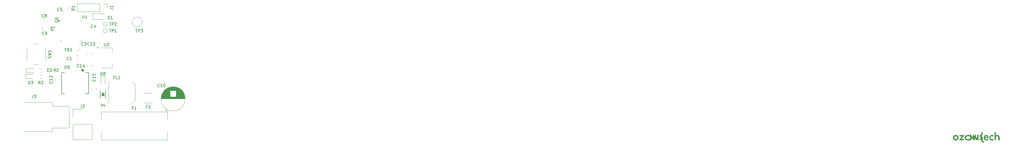
<source format=gbr>
%TF.GenerationSoftware,KiCad,Pcbnew,9.0.4*%
%TF.CreationDate,2025-10-16T14:37:17+03:00*%
%TF.ProjectId,ECAD_main,45434144-5f6d-4616-996e-2e6b69636164,rev?*%
%TF.SameCoordinates,Original*%
%TF.FileFunction,Legend,Top*%
%TF.FilePolarity,Positive*%
%FSLAX46Y46*%
G04 Gerber Fmt 4.6, Leading zero omitted, Abs format (unit mm)*
G04 Created by KiCad (PCBNEW 9.0.4) date 2025-10-16 14:37:17*
%MOMM*%
%LPD*%
G01*
G04 APERTURE LIST*
%ADD10C,0.150000*%
%ADD11C,0.300000*%
%ADD12C,0.120000*%
%ADD13C,0.100000*%
%ADD14C,0.000000*%
%ADD15C,0.127000*%
%ADD16C,0.200000*%
%ADD17C,0.500000*%
G04 APERTURE END LIST*
D10*
X41488095Y-31204819D02*
X42059523Y-31204819D01*
X41773809Y-32204819D02*
X41773809Y-31204819D01*
X42392857Y-32204819D02*
X42392857Y-31204819D01*
X42392857Y-31204819D02*
X42773809Y-31204819D01*
X42773809Y-31204819D02*
X42869047Y-31252438D01*
X42869047Y-31252438D02*
X42916666Y-31300057D01*
X42916666Y-31300057D02*
X42964285Y-31395295D01*
X42964285Y-31395295D02*
X42964285Y-31538152D01*
X42964285Y-31538152D02*
X42916666Y-31633390D01*
X42916666Y-31633390D02*
X42869047Y-31681009D01*
X42869047Y-31681009D02*
X42773809Y-31728628D01*
X42773809Y-31728628D02*
X42392857Y-31728628D01*
X43345238Y-31300057D02*
X43392857Y-31252438D01*
X43392857Y-31252438D02*
X43488095Y-31204819D01*
X43488095Y-31204819D02*
X43726190Y-31204819D01*
X43726190Y-31204819D02*
X43821428Y-31252438D01*
X43821428Y-31252438D02*
X43869047Y-31300057D01*
X43869047Y-31300057D02*
X43916666Y-31395295D01*
X43916666Y-31395295D02*
X43916666Y-31490533D01*
X43916666Y-31490533D02*
X43869047Y-31633390D01*
X43869047Y-31633390D02*
X43297619Y-32204819D01*
X43297619Y-32204819D02*
X43916666Y-32204819D01*
X21407200Y-43333332D02*
X21454819Y-43190475D01*
X21454819Y-43190475D02*
X21454819Y-42952380D01*
X21454819Y-42952380D02*
X21407200Y-42857142D01*
X21407200Y-42857142D02*
X21359580Y-42809523D01*
X21359580Y-42809523D02*
X21264342Y-42761904D01*
X21264342Y-42761904D02*
X21169104Y-42761904D01*
X21169104Y-42761904D02*
X21073866Y-42809523D01*
X21073866Y-42809523D02*
X21026247Y-42857142D01*
X21026247Y-42857142D02*
X20978628Y-42952380D01*
X20978628Y-42952380D02*
X20931009Y-43142856D01*
X20931009Y-43142856D02*
X20883390Y-43238094D01*
X20883390Y-43238094D02*
X20835771Y-43285713D01*
X20835771Y-43285713D02*
X20740533Y-43333332D01*
X20740533Y-43333332D02*
X20645295Y-43333332D01*
X20645295Y-43333332D02*
X20550057Y-43285713D01*
X20550057Y-43285713D02*
X20502438Y-43238094D01*
X20502438Y-43238094D02*
X20454819Y-43142856D01*
X20454819Y-43142856D02*
X20454819Y-42904761D01*
X20454819Y-42904761D02*
X20502438Y-42761904D01*
X20454819Y-42428570D02*
X21454819Y-42190475D01*
X21454819Y-42190475D02*
X20740533Y-41999999D01*
X20740533Y-41999999D02*
X21454819Y-41809523D01*
X21454819Y-41809523D02*
X20454819Y-41571428D01*
X21454819Y-40666666D02*
X21454819Y-41238094D01*
X21454819Y-40952380D02*
X20454819Y-40952380D01*
X20454819Y-40952380D02*
X20597676Y-41047618D01*
X20597676Y-41047618D02*
X20692914Y-41142856D01*
X20692914Y-41142856D02*
X20740533Y-41238094D01*
X58607142Y-53109580D02*
X58559523Y-53157200D01*
X58559523Y-53157200D02*
X58416666Y-53204819D01*
X58416666Y-53204819D02*
X58321428Y-53204819D01*
X58321428Y-53204819D02*
X58178571Y-53157200D01*
X58178571Y-53157200D02*
X58083333Y-53061961D01*
X58083333Y-53061961D02*
X58035714Y-52966723D01*
X58035714Y-52966723D02*
X57988095Y-52776247D01*
X57988095Y-52776247D02*
X57988095Y-52633390D01*
X57988095Y-52633390D02*
X58035714Y-52442914D01*
X58035714Y-52442914D02*
X58083333Y-52347676D01*
X58083333Y-52347676D02*
X58178571Y-52252438D01*
X58178571Y-52252438D02*
X58321428Y-52204819D01*
X58321428Y-52204819D02*
X58416666Y-52204819D01*
X58416666Y-52204819D02*
X58559523Y-52252438D01*
X58559523Y-52252438D02*
X58607142Y-52300057D01*
X59559523Y-53204819D02*
X58988095Y-53204819D01*
X59273809Y-53204819D02*
X59273809Y-52204819D01*
X59273809Y-52204819D02*
X59178571Y-52347676D01*
X59178571Y-52347676D02*
X59083333Y-52442914D01*
X59083333Y-52442914D02*
X58988095Y-52490533D01*
X60178571Y-52204819D02*
X60273809Y-52204819D01*
X60273809Y-52204819D02*
X60369047Y-52252438D01*
X60369047Y-52252438D02*
X60416666Y-52300057D01*
X60416666Y-52300057D02*
X60464285Y-52395295D01*
X60464285Y-52395295D02*
X60511904Y-52585771D01*
X60511904Y-52585771D02*
X60511904Y-52823866D01*
X60511904Y-52823866D02*
X60464285Y-53014342D01*
X60464285Y-53014342D02*
X60416666Y-53109580D01*
X60416666Y-53109580D02*
X60369047Y-53157200D01*
X60369047Y-53157200D02*
X60273809Y-53204819D01*
X60273809Y-53204819D02*
X60178571Y-53204819D01*
X60178571Y-53204819D02*
X60083333Y-53157200D01*
X60083333Y-53157200D02*
X60035714Y-53109580D01*
X60035714Y-53109580D02*
X59988095Y-53014342D01*
X59988095Y-53014342D02*
X59940476Y-52823866D01*
X59940476Y-52823866D02*
X59940476Y-52585771D01*
X59940476Y-52585771D02*
X59988095Y-52395295D01*
X59988095Y-52395295D02*
X60035714Y-52300057D01*
X60035714Y-52300057D02*
X60083333Y-52252438D01*
X60083333Y-52252438D02*
X60178571Y-52204819D01*
X20261905Y-47954819D02*
X20261905Y-46954819D01*
X20261905Y-46954819D02*
X20500000Y-46954819D01*
X20500000Y-46954819D02*
X20642857Y-47002438D01*
X20642857Y-47002438D02*
X20738095Y-47097676D01*
X20738095Y-47097676D02*
X20785714Y-47192914D01*
X20785714Y-47192914D02*
X20833333Y-47383390D01*
X20833333Y-47383390D02*
X20833333Y-47526247D01*
X20833333Y-47526247D02*
X20785714Y-47716723D01*
X20785714Y-47716723D02*
X20738095Y-47811961D01*
X20738095Y-47811961D02*
X20642857Y-47907200D01*
X20642857Y-47907200D02*
X20500000Y-47954819D01*
X20500000Y-47954819D02*
X20261905Y-47954819D01*
X21214286Y-47050057D02*
X21261905Y-47002438D01*
X21261905Y-47002438D02*
X21357143Y-46954819D01*
X21357143Y-46954819D02*
X21595238Y-46954819D01*
X21595238Y-46954819D02*
X21690476Y-47002438D01*
X21690476Y-47002438D02*
X21738095Y-47050057D01*
X21738095Y-47050057D02*
X21785714Y-47145295D01*
X21785714Y-47145295D02*
X21785714Y-47240533D01*
X21785714Y-47240533D02*
X21738095Y-47383390D01*
X21738095Y-47383390D02*
X21166667Y-47954819D01*
X21166667Y-47954819D02*
X21785714Y-47954819D01*
X26666666Y-40431009D02*
X26333333Y-40431009D01*
X26333333Y-40954819D02*
X26333333Y-39954819D01*
X26333333Y-39954819D02*
X26809523Y-39954819D01*
X27523809Y-40431009D02*
X27666666Y-40478628D01*
X27666666Y-40478628D02*
X27714285Y-40526247D01*
X27714285Y-40526247D02*
X27761904Y-40621485D01*
X27761904Y-40621485D02*
X27761904Y-40764342D01*
X27761904Y-40764342D02*
X27714285Y-40859580D01*
X27714285Y-40859580D02*
X27666666Y-40907200D01*
X27666666Y-40907200D02*
X27571428Y-40954819D01*
X27571428Y-40954819D02*
X27190476Y-40954819D01*
X27190476Y-40954819D02*
X27190476Y-39954819D01*
X27190476Y-39954819D02*
X27523809Y-39954819D01*
X27523809Y-39954819D02*
X27619047Y-40002438D01*
X27619047Y-40002438D02*
X27666666Y-40050057D01*
X27666666Y-40050057D02*
X27714285Y-40145295D01*
X27714285Y-40145295D02*
X27714285Y-40240533D01*
X27714285Y-40240533D02*
X27666666Y-40335771D01*
X27666666Y-40335771D02*
X27619047Y-40383390D01*
X27619047Y-40383390D02*
X27523809Y-40431009D01*
X27523809Y-40431009D02*
X27190476Y-40431009D01*
X28714285Y-40954819D02*
X28142857Y-40954819D01*
X28428571Y-40954819D02*
X28428571Y-39954819D01*
X28428571Y-39954819D02*
X28333333Y-40097676D01*
X28333333Y-40097676D02*
X28238095Y-40192914D01*
X28238095Y-40192914D02*
X28142857Y-40240533D01*
X41011905Y-29954819D02*
X41011905Y-28954819D01*
X41011905Y-28954819D02*
X41250000Y-28954819D01*
X41250000Y-28954819D02*
X41392857Y-29002438D01*
X41392857Y-29002438D02*
X41488095Y-29097676D01*
X41488095Y-29097676D02*
X41535714Y-29192914D01*
X41535714Y-29192914D02*
X41583333Y-29383390D01*
X41583333Y-29383390D02*
X41583333Y-29526247D01*
X41583333Y-29526247D02*
X41535714Y-29716723D01*
X41535714Y-29716723D02*
X41488095Y-29811961D01*
X41488095Y-29811961D02*
X41392857Y-29907200D01*
X41392857Y-29907200D02*
X41250000Y-29954819D01*
X41250000Y-29954819D02*
X41011905Y-29954819D01*
X42535714Y-29954819D02*
X41964286Y-29954819D01*
X42250000Y-29954819D02*
X42250000Y-28954819D01*
X42250000Y-28954819D02*
X42154762Y-29097676D01*
X42154762Y-29097676D02*
X42059524Y-29192914D01*
X42059524Y-29192914D02*
X41964286Y-29240533D01*
X23769580Y-30504166D02*
X23817200Y-30551785D01*
X23817200Y-30551785D02*
X23864819Y-30694642D01*
X23864819Y-30694642D02*
X23864819Y-30789880D01*
X23864819Y-30789880D02*
X23817200Y-30932737D01*
X23817200Y-30932737D02*
X23721961Y-31027975D01*
X23721961Y-31027975D02*
X23626723Y-31075594D01*
X23626723Y-31075594D02*
X23436247Y-31123213D01*
X23436247Y-31123213D02*
X23293390Y-31123213D01*
X23293390Y-31123213D02*
X23102914Y-31075594D01*
X23102914Y-31075594D02*
X23007676Y-31027975D01*
X23007676Y-31027975D02*
X22912438Y-30932737D01*
X22912438Y-30932737D02*
X22864819Y-30789880D01*
X22864819Y-30789880D02*
X22864819Y-30694642D01*
X22864819Y-30694642D02*
X22912438Y-30551785D01*
X22912438Y-30551785D02*
X22960057Y-30504166D01*
X22864819Y-29647023D02*
X22864819Y-29837499D01*
X22864819Y-29837499D02*
X22912438Y-29932737D01*
X22912438Y-29932737D02*
X22960057Y-29980356D01*
X22960057Y-29980356D02*
X23102914Y-30075594D01*
X23102914Y-30075594D02*
X23293390Y-30123213D01*
X23293390Y-30123213D02*
X23674342Y-30123213D01*
X23674342Y-30123213D02*
X23769580Y-30075594D01*
X23769580Y-30075594D02*
X23817200Y-30027975D01*
X23817200Y-30027975D02*
X23864819Y-29932737D01*
X23864819Y-29932737D02*
X23864819Y-29742261D01*
X23864819Y-29742261D02*
X23817200Y-29647023D01*
X23817200Y-29647023D02*
X23769580Y-29599404D01*
X23769580Y-29599404D02*
X23674342Y-29551785D01*
X23674342Y-29551785D02*
X23436247Y-29551785D01*
X23436247Y-29551785D02*
X23341009Y-29599404D01*
X23341009Y-29599404D02*
X23293390Y-29647023D01*
X23293390Y-29647023D02*
X23245771Y-29742261D01*
X23245771Y-29742261D02*
X23245771Y-29932737D01*
X23245771Y-29932737D02*
X23293390Y-30027975D01*
X23293390Y-30027975D02*
X23341009Y-30075594D01*
X23341009Y-30075594D02*
X23436247Y-30123213D01*
X49616666Y-60431009D02*
X49283333Y-60431009D01*
X49283333Y-60954819D02*
X49283333Y-59954819D01*
X49283333Y-59954819D02*
X49759523Y-59954819D01*
X50664285Y-60954819D02*
X50092857Y-60954819D01*
X50378571Y-60954819D02*
X50378571Y-59954819D01*
X50378571Y-59954819D02*
X50283333Y-60097676D01*
X50283333Y-60097676D02*
X50188095Y-60192914D01*
X50188095Y-60192914D02*
X50092857Y-60240533D01*
X19083333Y-35267080D02*
X19035714Y-35314700D01*
X19035714Y-35314700D02*
X18892857Y-35362319D01*
X18892857Y-35362319D02*
X18797619Y-35362319D01*
X18797619Y-35362319D02*
X18654762Y-35314700D01*
X18654762Y-35314700D02*
X18559524Y-35219461D01*
X18559524Y-35219461D02*
X18511905Y-35124223D01*
X18511905Y-35124223D02*
X18464286Y-34933747D01*
X18464286Y-34933747D02*
X18464286Y-34790890D01*
X18464286Y-34790890D02*
X18511905Y-34600414D01*
X18511905Y-34600414D02*
X18559524Y-34505176D01*
X18559524Y-34505176D02*
X18654762Y-34409938D01*
X18654762Y-34409938D02*
X18797619Y-34362319D01*
X18797619Y-34362319D02*
X18892857Y-34362319D01*
X18892857Y-34362319D02*
X19035714Y-34409938D01*
X19035714Y-34409938D02*
X19083333Y-34457557D01*
X19559524Y-35362319D02*
X19750000Y-35362319D01*
X19750000Y-35362319D02*
X19845238Y-35314700D01*
X19845238Y-35314700D02*
X19892857Y-35267080D01*
X19892857Y-35267080D02*
X19988095Y-35124223D01*
X19988095Y-35124223D02*
X20035714Y-34933747D01*
X20035714Y-34933747D02*
X20035714Y-34552795D01*
X20035714Y-34552795D02*
X19988095Y-34457557D01*
X19988095Y-34457557D02*
X19940476Y-34409938D01*
X19940476Y-34409938D02*
X19845238Y-34362319D01*
X19845238Y-34362319D02*
X19654762Y-34362319D01*
X19654762Y-34362319D02*
X19559524Y-34409938D01*
X19559524Y-34409938D02*
X19511905Y-34457557D01*
X19511905Y-34457557D02*
X19464286Y-34552795D01*
X19464286Y-34552795D02*
X19464286Y-34790890D01*
X19464286Y-34790890D02*
X19511905Y-34886128D01*
X19511905Y-34886128D02*
X19559524Y-34933747D01*
X19559524Y-34933747D02*
X19654762Y-34981366D01*
X19654762Y-34981366D02*
X19845238Y-34981366D01*
X19845238Y-34981366D02*
X19940476Y-34933747D01*
X19940476Y-34933747D02*
X19988095Y-34886128D01*
X19988095Y-34886128D02*
X20035714Y-34790890D01*
X43261904Y-49931009D02*
X42928571Y-49931009D01*
X42928571Y-50454819D02*
X42928571Y-49454819D01*
X42928571Y-49454819D02*
X43404761Y-49454819D01*
X44261904Y-50454819D02*
X43785714Y-50454819D01*
X43785714Y-50454819D02*
X43785714Y-49454819D01*
X45119047Y-50454819D02*
X44547619Y-50454819D01*
X44833333Y-50454819D02*
X44833333Y-49454819D01*
X44833333Y-49454819D02*
X44738095Y-49597676D01*
X44738095Y-49597676D02*
X44642857Y-49692914D01*
X44642857Y-49692914D02*
X44547619Y-49740533D01*
X35833333Y-32859580D02*
X35785714Y-32907200D01*
X35785714Y-32907200D02*
X35642857Y-32954819D01*
X35642857Y-32954819D02*
X35547619Y-32954819D01*
X35547619Y-32954819D02*
X35404762Y-32907200D01*
X35404762Y-32907200D02*
X35309524Y-32811961D01*
X35309524Y-32811961D02*
X35261905Y-32716723D01*
X35261905Y-32716723D02*
X35214286Y-32526247D01*
X35214286Y-32526247D02*
X35214286Y-32383390D01*
X35214286Y-32383390D02*
X35261905Y-32192914D01*
X35261905Y-32192914D02*
X35309524Y-32097676D01*
X35309524Y-32097676D02*
X35404762Y-32002438D01*
X35404762Y-32002438D02*
X35547619Y-31954819D01*
X35547619Y-31954819D02*
X35642857Y-31954819D01*
X35642857Y-31954819D02*
X35785714Y-32002438D01*
X35785714Y-32002438D02*
X35833333Y-32050057D01*
X36690476Y-32288152D02*
X36690476Y-32954819D01*
X36452381Y-31907200D02*
X36214286Y-32621485D01*
X36214286Y-32621485D02*
X36833333Y-32621485D01*
D11*
X336045030Y-71145041D02*
X336045030Y-69645041D01*
X336045030Y-70359327D02*
X336902173Y-70359327D01*
X336902173Y-71145041D02*
X336902173Y-69645041D01*
X337616459Y-69645041D02*
X337616459Y-70859327D01*
X337616459Y-70859327D02*
X337687888Y-71002184D01*
X337687888Y-71002184D02*
X337759317Y-71073613D01*
X337759317Y-71073613D02*
X337902174Y-71145041D01*
X337902174Y-71145041D02*
X338187888Y-71145041D01*
X338187888Y-71145041D02*
X338330745Y-71073613D01*
X338330745Y-71073613D02*
X338402174Y-71002184D01*
X338402174Y-71002184D02*
X338473602Y-70859327D01*
X338473602Y-70859327D02*
X338473602Y-69645041D01*
X339973603Y-71145041D02*
X339116460Y-71145041D01*
X339545031Y-71145041D02*
X339545031Y-69645041D01*
X339545031Y-69645041D02*
X339402174Y-69859327D01*
X339402174Y-69859327D02*
X339259317Y-70002184D01*
X339259317Y-70002184D02*
X339116460Y-70073613D01*
D10*
X23083333Y-47954819D02*
X22750000Y-47478628D01*
X22511905Y-47954819D02*
X22511905Y-46954819D01*
X22511905Y-46954819D02*
X22892857Y-46954819D01*
X22892857Y-46954819D02*
X22988095Y-47002438D01*
X22988095Y-47002438D02*
X23035714Y-47050057D01*
X23035714Y-47050057D02*
X23083333Y-47145295D01*
X23083333Y-47145295D02*
X23083333Y-47288152D01*
X23083333Y-47288152D02*
X23035714Y-47383390D01*
X23035714Y-47383390D02*
X22988095Y-47431009D01*
X22988095Y-47431009D02*
X22892857Y-47478628D01*
X22892857Y-47478628D02*
X22511905Y-47478628D01*
X23464286Y-47050057D02*
X23511905Y-47002438D01*
X23511905Y-47002438D02*
X23607143Y-46954819D01*
X23607143Y-46954819D02*
X23845238Y-46954819D01*
X23845238Y-46954819D02*
X23940476Y-47002438D01*
X23940476Y-47002438D02*
X23988095Y-47050057D01*
X23988095Y-47050057D02*
X24035714Y-47145295D01*
X24035714Y-47145295D02*
X24035714Y-47240533D01*
X24035714Y-47240533D02*
X23988095Y-47383390D01*
X23988095Y-47383390D02*
X23416667Y-47954819D01*
X23416667Y-47954819D02*
X24035714Y-47954819D01*
X21859580Y-51355357D02*
X21907200Y-51402976D01*
X21907200Y-51402976D02*
X21954819Y-51545833D01*
X21954819Y-51545833D02*
X21954819Y-51641071D01*
X21954819Y-51641071D02*
X21907200Y-51783928D01*
X21907200Y-51783928D02*
X21811961Y-51879166D01*
X21811961Y-51879166D02*
X21716723Y-51926785D01*
X21716723Y-51926785D02*
X21526247Y-51974404D01*
X21526247Y-51974404D02*
X21383390Y-51974404D01*
X21383390Y-51974404D02*
X21192914Y-51926785D01*
X21192914Y-51926785D02*
X21097676Y-51879166D01*
X21097676Y-51879166D02*
X21002438Y-51783928D01*
X21002438Y-51783928D02*
X20954819Y-51641071D01*
X20954819Y-51641071D02*
X20954819Y-51545833D01*
X20954819Y-51545833D02*
X21002438Y-51402976D01*
X21002438Y-51402976D02*
X21050057Y-51355357D01*
X21954819Y-50402976D02*
X21954819Y-50974404D01*
X21954819Y-50688690D02*
X20954819Y-50688690D01*
X20954819Y-50688690D02*
X21097676Y-50783928D01*
X21097676Y-50783928D02*
X21192914Y-50879166D01*
X21192914Y-50879166D02*
X21240533Y-50974404D01*
X21050057Y-50022023D02*
X21002438Y-49974404D01*
X21002438Y-49974404D02*
X20954819Y-49879166D01*
X20954819Y-49879166D02*
X20954819Y-49641071D01*
X20954819Y-49641071D02*
X21002438Y-49545833D01*
X21002438Y-49545833D02*
X21050057Y-49498214D01*
X21050057Y-49498214D02*
X21145295Y-49450595D01*
X21145295Y-49450595D02*
X21240533Y-49450595D01*
X21240533Y-49450595D02*
X21383390Y-49498214D01*
X21383390Y-49498214D02*
X21954819Y-50069642D01*
X21954819Y-50069642D02*
X21954819Y-49450595D01*
X13799405Y-52204819D02*
X13799405Y-51204819D01*
X13799405Y-51204819D02*
X14037500Y-51204819D01*
X14037500Y-51204819D02*
X14180357Y-51252438D01*
X14180357Y-51252438D02*
X14275595Y-51347676D01*
X14275595Y-51347676D02*
X14323214Y-51442914D01*
X14323214Y-51442914D02*
X14370833Y-51633390D01*
X14370833Y-51633390D02*
X14370833Y-51776247D01*
X14370833Y-51776247D02*
X14323214Y-51966723D01*
X14323214Y-51966723D02*
X14275595Y-52061961D01*
X14275595Y-52061961D02*
X14180357Y-52157200D01*
X14180357Y-52157200D02*
X14037500Y-52204819D01*
X14037500Y-52204819D02*
X13799405Y-52204819D01*
X14704167Y-51204819D02*
X15323214Y-51204819D01*
X15323214Y-51204819D02*
X14989881Y-51585771D01*
X14989881Y-51585771D02*
X15132738Y-51585771D01*
X15132738Y-51585771D02*
X15227976Y-51633390D01*
X15227976Y-51633390D02*
X15275595Y-51681009D01*
X15275595Y-51681009D02*
X15323214Y-51776247D01*
X15323214Y-51776247D02*
X15323214Y-52014342D01*
X15323214Y-52014342D02*
X15275595Y-52109580D01*
X15275595Y-52109580D02*
X15227976Y-52157200D01*
X15227976Y-52157200D02*
X15132738Y-52204819D01*
X15132738Y-52204819D02*
X14847024Y-52204819D01*
X14847024Y-52204819D02*
X14751786Y-52157200D01*
X14751786Y-52157200D02*
X14704167Y-52109580D01*
X24333333Y-27109580D02*
X24285714Y-27157200D01*
X24285714Y-27157200D02*
X24142857Y-27204819D01*
X24142857Y-27204819D02*
X24047619Y-27204819D01*
X24047619Y-27204819D02*
X23904762Y-27157200D01*
X23904762Y-27157200D02*
X23809524Y-27061961D01*
X23809524Y-27061961D02*
X23761905Y-26966723D01*
X23761905Y-26966723D02*
X23714286Y-26776247D01*
X23714286Y-26776247D02*
X23714286Y-26633390D01*
X23714286Y-26633390D02*
X23761905Y-26442914D01*
X23761905Y-26442914D02*
X23809524Y-26347676D01*
X23809524Y-26347676D02*
X23904762Y-26252438D01*
X23904762Y-26252438D02*
X24047619Y-26204819D01*
X24047619Y-26204819D02*
X24142857Y-26204819D01*
X24142857Y-26204819D02*
X24285714Y-26252438D01*
X24285714Y-26252438D02*
X24333333Y-26300057D01*
X25238095Y-26204819D02*
X24761905Y-26204819D01*
X24761905Y-26204819D02*
X24714286Y-26681009D01*
X24714286Y-26681009D02*
X24761905Y-26633390D01*
X24761905Y-26633390D02*
X24857143Y-26585771D01*
X24857143Y-26585771D02*
X25095238Y-26585771D01*
X25095238Y-26585771D02*
X25190476Y-26633390D01*
X25190476Y-26633390D02*
X25238095Y-26681009D01*
X25238095Y-26681009D02*
X25285714Y-26776247D01*
X25285714Y-26776247D02*
X25285714Y-27014342D01*
X25285714Y-27014342D02*
X25238095Y-27109580D01*
X25238095Y-27109580D02*
X25190476Y-27157200D01*
X25190476Y-27157200D02*
X25095238Y-27204819D01*
X25095238Y-27204819D02*
X24857143Y-27204819D01*
X24857143Y-27204819D02*
X24761905Y-27157200D01*
X24761905Y-27157200D02*
X24714286Y-27109580D01*
X32583333Y-38859580D02*
X32535714Y-38907200D01*
X32535714Y-38907200D02*
X32392857Y-38954819D01*
X32392857Y-38954819D02*
X32297619Y-38954819D01*
X32297619Y-38954819D02*
X32154762Y-38907200D01*
X32154762Y-38907200D02*
X32059524Y-38811961D01*
X32059524Y-38811961D02*
X32011905Y-38716723D01*
X32011905Y-38716723D02*
X31964286Y-38526247D01*
X31964286Y-38526247D02*
X31964286Y-38383390D01*
X31964286Y-38383390D02*
X32011905Y-38192914D01*
X32011905Y-38192914D02*
X32059524Y-38097676D01*
X32059524Y-38097676D02*
X32154762Y-38002438D01*
X32154762Y-38002438D02*
X32297619Y-37954819D01*
X32297619Y-37954819D02*
X32392857Y-37954819D01*
X32392857Y-37954819D02*
X32535714Y-38002438D01*
X32535714Y-38002438D02*
X32583333Y-38050057D01*
X32916667Y-37954819D02*
X33535714Y-37954819D01*
X33535714Y-37954819D02*
X33202381Y-38335771D01*
X33202381Y-38335771D02*
X33345238Y-38335771D01*
X33345238Y-38335771D02*
X33440476Y-38383390D01*
X33440476Y-38383390D02*
X33488095Y-38431009D01*
X33488095Y-38431009D02*
X33535714Y-38526247D01*
X33535714Y-38526247D02*
X33535714Y-38764342D01*
X33535714Y-38764342D02*
X33488095Y-38859580D01*
X33488095Y-38859580D02*
X33440476Y-38907200D01*
X33440476Y-38907200D02*
X33345238Y-38954819D01*
X33345238Y-38954819D02*
X33059524Y-38954819D01*
X33059524Y-38954819D02*
X32964286Y-38907200D01*
X32964286Y-38907200D02*
X32916667Y-38859580D01*
X50438095Y-33454819D02*
X51009523Y-33454819D01*
X50723809Y-34454819D02*
X50723809Y-33454819D01*
X51342857Y-34454819D02*
X51342857Y-33454819D01*
X51342857Y-33454819D02*
X51723809Y-33454819D01*
X51723809Y-33454819D02*
X51819047Y-33502438D01*
X51819047Y-33502438D02*
X51866666Y-33550057D01*
X51866666Y-33550057D02*
X51914285Y-33645295D01*
X51914285Y-33645295D02*
X51914285Y-33788152D01*
X51914285Y-33788152D02*
X51866666Y-33883390D01*
X51866666Y-33883390D02*
X51819047Y-33931009D01*
X51819047Y-33931009D02*
X51723809Y-33978628D01*
X51723809Y-33978628D02*
X51342857Y-33978628D01*
X52247619Y-33454819D02*
X52866666Y-33454819D01*
X52866666Y-33454819D02*
X52533333Y-33835771D01*
X52533333Y-33835771D02*
X52676190Y-33835771D01*
X52676190Y-33835771D02*
X52771428Y-33883390D01*
X52771428Y-33883390D02*
X52819047Y-33931009D01*
X52819047Y-33931009D02*
X52866666Y-34026247D01*
X52866666Y-34026247D02*
X52866666Y-34264342D01*
X52866666Y-34264342D02*
X52819047Y-34359580D01*
X52819047Y-34359580D02*
X52771428Y-34407200D01*
X52771428Y-34407200D02*
X52676190Y-34454819D01*
X52676190Y-34454819D02*
X52390476Y-34454819D01*
X52390476Y-34454819D02*
X52295238Y-34407200D01*
X52295238Y-34407200D02*
X52247619Y-34359580D01*
X27583333Y-43859580D02*
X27535714Y-43907200D01*
X27535714Y-43907200D02*
X27392857Y-43954819D01*
X27392857Y-43954819D02*
X27297619Y-43954819D01*
X27297619Y-43954819D02*
X27154762Y-43907200D01*
X27154762Y-43907200D02*
X27059524Y-43811961D01*
X27059524Y-43811961D02*
X27011905Y-43716723D01*
X27011905Y-43716723D02*
X26964286Y-43526247D01*
X26964286Y-43526247D02*
X26964286Y-43383390D01*
X26964286Y-43383390D02*
X27011905Y-43192914D01*
X27011905Y-43192914D02*
X27059524Y-43097676D01*
X27059524Y-43097676D02*
X27154762Y-43002438D01*
X27154762Y-43002438D02*
X27297619Y-42954819D01*
X27297619Y-42954819D02*
X27392857Y-42954819D01*
X27392857Y-42954819D02*
X27535714Y-43002438D01*
X27535714Y-43002438D02*
X27583333Y-43050057D01*
X28535714Y-43954819D02*
X27964286Y-43954819D01*
X28250000Y-43954819D02*
X28250000Y-42954819D01*
X28250000Y-42954819D02*
X28154762Y-43097676D01*
X28154762Y-43097676D02*
X28059524Y-43192914D01*
X28059524Y-43192914D02*
X27964286Y-43240533D01*
X38659466Y-59862332D02*
X38659466Y-59062253D01*
X38659466Y-59062253D02*
X38849961Y-59062253D01*
X38849961Y-59062253D02*
X38964258Y-59100352D01*
X38964258Y-59100352D02*
X39040456Y-59176550D01*
X39040456Y-59176550D02*
X39078555Y-59252748D01*
X39078555Y-59252748D02*
X39116654Y-59405144D01*
X39116654Y-59405144D02*
X39116654Y-59519441D01*
X39116654Y-59519441D02*
X39078555Y-59671837D01*
X39078555Y-59671837D02*
X39040456Y-59748035D01*
X39040456Y-59748035D02*
X38964258Y-59824233D01*
X38964258Y-59824233D02*
X38849961Y-59862332D01*
X38849961Y-59862332D02*
X38659466Y-59862332D01*
X39802436Y-59328946D02*
X39802436Y-59862332D01*
X39611941Y-59024154D02*
X39421446Y-59595639D01*
X39421446Y-59595639D02*
X39916733Y-59595639D01*
X54416666Y-59931009D02*
X54083333Y-59931009D01*
X54083333Y-60454819D02*
X54083333Y-59454819D01*
X54083333Y-59454819D02*
X54559523Y-59454819D01*
X54892857Y-59550057D02*
X54940476Y-59502438D01*
X54940476Y-59502438D02*
X55035714Y-59454819D01*
X55035714Y-59454819D02*
X55273809Y-59454819D01*
X55273809Y-59454819D02*
X55369047Y-59502438D01*
X55369047Y-59502438D02*
X55416666Y-59550057D01*
X55416666Y-59550057D02*
X55464285Y-59645295D01*
X55464285Y-59645295D02*
X55464285Y-59740533D01*
X55464285Y-59740533D02*
X55416666Y-59883390D01*
X55416666Y-59883390D02*
X54845238Y-60454819D01*
X54845238Y-60454819D02*
X55464285Y-60454819D01*
X31107142Y-46359580D02*
X31059523Y-46407200D01*
X31059523Y-46407200D02*
X30916666Y-46454819D01*
X30916666Y-46454819D02*
X30821428Y-46454819D01*
X30821428Y-46454819D02*
X30678571Y-46407200D01*
X30678571Y-46407200D02*
X30583333Y-46311961D01*
X30583333Y-46311961D02*
X30535714Y-46216723D01*
X30535714Y-46216723D02*
X30488095Y-46026247D01*
X30488095Y-46026247D02*
X30488095Y-45883390D01*
X30488095Y-45883390D02*
X30535714Y-45692914D01*
X30535714Y-45692914D02*
X30583333Y-45597676D01*
X30583333Y-45597676D02*
X30678571Y-45502438D01*
X30678571Y-45502438D02*
X30821428Y-45454819D01*
X30821428Y-45454819D02*
X30916666Y-45454819D01*
X30916666Y-45454819D02*
X31059523Y-45502438D01*
X31059523Y-45502438D02*
X31107142Y-45550057D01*
X32059523Y-46454819D02*
X31488095Y-46454819D01*
X31773809Y-46454819D02*
X31773809Y-45454819D01*
X31773809Y-45454819D02*
X31678571Y-45597676D01*
X31678571Y-45597676D02*
X31583333Y-45692914D01*
X31583333Y-45692914D02*
X31488095Y-45740533D01*
X32916666Y-45788152D02*
X32916666Y-46454819D01*
X32678571Y-45407200D02*
X32440476Y-46121485D01*
X32440476Y-46121485D02*
X33059523Y-46121485D01*
X34607142Y-38859580D02*
X34559523Y-38907200D01*
X34559523Y-38907200D02*
X34416666Y-38954819D01*
X34416666Y-38954819D02*
X34321428Y-38954819D01*
X34321428Y-38954819D02*
X34178571Y-38907200D01*
X34178571Y-38907200D02*
X34083333Y-38811961D01*
X34083333Y-38811961D02*
X34035714Y-38716723D01*
X34035714Y-38716723D02*
X33988095Y-38526247D01*
X33988095Y-38526247D02*
X33988095Y-38383390D01*
X33988095Y-38383390D02*
X34035714Y-38192914D01*
X34035714Y-38192914D02*
X34083333Y-38097676D01*
X34083333Y-38097676D02*
X34178571Y-38002438D01*
X34178571Y-38002438D02*
X34321428Y-37954819D01*
X34321428Y-37954819D02*
X34416666Y-37954819D01*
X34416666Y-37954819D02*
X34559523Y-38002438D01*
X34559523Y-38002438D02*
X34607142Y-38050057D01*
X35559523Y-38954819D02*
X34988095Y-38954819D01*
X35273809Y-38954819D02*
X35273809Y-37954819D01*
X35273809Y-37954819D02*
X35178571Y-38097676D01*
X35178571Y-38097676D02*
X35083333Y-38192914D01*
X35083333Y-38192914D02*
X34988095Y-38240533D01*
X35892857Y-37954819D02*
X36511904Y-37954819D01*
X36511904Y-37954819D02*
X36178571Y-38335771D01*
X36178571Y-38335771D02*
X36321428Y-38335771D01*
X36321428Y-38335771D02*
X36416666Y-38383390D01*
X36416666Y-38383390D02*
X36464285Y-38431009D01*
X36464285Y-38431009D02*
X36511904Y-38526247D01*
X36511904Y-38526247D02*
X36511904Y-38764342D01*
X36511904Y-38764342D02*
X36464285Y-38859580D01*
X36464285Y-38859580D02*
X36416666Y-38907200D01*
X36416666Y-38907200D02*
X36321428Y-38954819D01*
X36321428Y-38954819D02*
X36035714Y-38954819D01*
X36035714Y-38954819D02*
X35940476Y-38907200D01*
X35940476Y-38907200D02*
X35892857Y-38859580D01*
X26261905Y-46954819D02*
X26261905Y-45954819D01*
X26261905Y-45954819D02*
X26500000Y-45954819D01*
X26500000Y-45954819D02*
X26642857Y-46002438D01*
X26642857Y-46002438D02*
X26738095Y-46097676D01*
X26738095Y-46097676D02*
X26785714Y-46192914D01*
X26785714Y-46192914D02*
X26833333Y-46383390D01*
X26833333Y-46383390D02*
X26833333Y-46526247D01*
X26833333Y-46526247D02*
X26785714Y-46716723D01*
X26785714Y-46716723D02*
X26738095Y-46811961D01*
X26738095Y-46811961D02*
X26642857Y-46907200D01*
X26642857Y-46907200D02*
X26500000Y-46954819D01*
X26500000Y-46954819D02*
X26261905Y-46954819D01*
X27309524Y-46954819D02*
X27500000Y-46954819D01*
X27500000Y-46954819D02*
X27595238Y-46907200D01*
X27595238Y-46907200D02*
X27642857Y-46859580D01*
X27642857Y-46859580D02*
X27738095Y-46716723D01*
X27738095Y-46716723D02*
X27785714Y-46526247D01*
X27785714Y-46526247D02*
X27785714Y-46145295D01*
X27785714Y-46145295D02*
X27738095Y-46050057D01*
X27738095Y-46050057D02*
X27690476Y-46002438D01*
X27690476Y-46002438D02*
X27595238Y-45954819D01*
X27595238Y-45954819D02*
X27404762Y-45954819D01*
X27404762Y-45954819D02*
X27309524Y-46002438D01*
X27309524Y-46002438D02*
X27261905Y-46050057D01*
X27261905Y-46050057D02*
X27214286Y-46145295D01*
X27214286Y-46145295D02*
X27214286Y-46383390D01*
X27214286Y-46383390D02*
X27261905Y-46478628D01*
X27261905Y-46478628D02*
X27309524Y-46526247D01*
X27309524Y-46526247D02*
X27404762Y-46573866D01*
X27404762Y-46573866D02*
X27595238Y-46573866D01*
X27595238Y-46573866D02*
X27690476Y-46526247D01*
X27690476Y-46526247D02*
X27738095Y-46478628D01*
X27738095Y-46478628D02*
X27785714Y-46383390D01*
X19083333Y-29267080D02*
X19035714Y-29314700D01*
X19035714Y-29314700D02*
X18892857Y-29362319D01*
X18892857Y-29362319D02*
X18797619Y-29362319D01*
X18797619Y-29362319D02*
X18654762Y-29314700D01*
X18654762Y-29314700D02*
X18559524Y-29219461D01*
X18559524Y-29219461D02*
X18511905Y-29124223D01*
X18511905Y-29124223D02*
X18464286Y-28933747D01*
X18464286Y-28933747D02*
X18464286Y-28790890D01*
X18464286Y-28790890D02*
X18511905Y-28600414D01*
X18511905Y-28600414D02*
X18559524Y-28505176D01*
X18559524Y-28505176D02*
X18654762Y-28409938D01*
X18654762Y-28409938D02*
X18797619Y-28362319D01*
X18797619Y-28362319D02*
X18892857Y-28362319D01*
X18892857Y-28362319D02*
X19035714Y-28409938D01*
X19035714Y-28409938D02*
X19083333Y-28457557D01*
X19654762Y-28790890D02*
X19559524Y-28743271D01*
X19559524Y-28743271D02*
X19511905Y-28695652D01*
X19511905Y-28695652D02*
X19464286Y-28600414D01*
X19464286Y-28600414D02*
X19464286Y-28552795D01*
X19464286Y-28552795D02*
X19511905Y-28457557D01*
X19511905Y-28457557D02*
X19559524Y-28409938D01*
X19559524Y-28409938D02*
X19654762Y-28362319D01*
X19654762Y-28362319D02*
X19845238Y-28362319D01*
X19845238Y-28362319D02*
X19940476Y-28409938D01*
X19940476Y-28409938D02*
X19988095Y-28457557D01*
X19988095Y-28457557D02*
X20035714Y-28552795D01*
X20035714Y-28552795D02*
X20035714Y-28600414D01*
X20035714Y-28600414D02*
X19988095Y-28695652D01*
X19988095Y-28695652D02*
X19940476Y-28743271D01*
X19940476Y-28743271D02*
X19845238Y-28790890D01*
X19845238Y-28790890D02*
X19654762Y-28790890D01*
X19654762Y-28790890D02*
X19559524Y-28838509D01*
X19559524Y-28838509D02*
X19511905Y-28886128D01*
X19511905Y-28886128D02*
X19464286Y-28981366D01*
X19464286Y-28981366D02*
X19464286Y-29171842D01*
X19464286Y-29171842D02*
X19511905Y-29267080D01*
X19511905Y-29267080D02*
X19559524Y-29314700D01*
X19559524Y-29314700D02*
X19654762Y-29362319D01*
X19654762Y-29362319D02*
X19845238Y-29362319D01*
X19845238Y-29362319D02*
X19940476Y-29314700D01*
X19940476Y-29314700D02*
X19988095Y-29267080D01*
X19988095Y-29267080D02*
X20035714Y-29171842D01*
X20035714Y-29171842D02*
X20035714Y-28981366D01*
X20035714Y-28981366D02*
X19988095Y-28886128D01*
X19988095Y-28886128D02*
X19940476Y-28838509D01*
X19940476Y-28838509D02*
X19845238Y-28790890D01*
X36609580Y-50642857D02*
X36657200Y-50690476D01*
X36657200Y-50690476D02*
X36704819Y-50833333D01*
X36704819Y-50833333D02*
X36704819Y-50928571D01*
X36704819Y-50928571D02*
X36657200Y-51071428D01*
X36657200Y-51071428D02*
X36561961Y-51166666D01*
X36561961Y-51166666D02*
X36466723Y-51214285D01*
X36466723Y-51214285D02*
X36276247Y-51261904D01*
X36276247Y-51261904D02*
X36133390Y-51261904D01*
X36133390Y-51261904D02*
X35942914Y-51214285D01*
X35942914Y-51214285D02*
X35847676Y-51166666D01*
X35847676Y-51166666D02*
X35752438Y-51071428D01*
X35752438Y-51071428D02*
X35704819Y-50928571D01*
X35704819Y-50928571D02*
X35704819Y-50833333D01*
X35704819Y-50833333D02*
X35752438Y-50690476D01*
X35752438Y-50690476D02*
X35800057Y-50642857D01*
X36704819Y-49690476D02*
X36704819Y-50261904D01*
X36704819Y-49976190D02*
X35704819Y-49976190D01*
X35704819Y-49976190D02*
X35847676Y-50071428D01*
X35847676Y-50071428D02*
X35942914Y-50166666D01*
X35942914Y-50166666D02*
X35990533Y-50261904D01*
X35704819Y-48785714D02*
X35704819Y-49261904D01*
X35704819Y-49261904D02*
X36181009Y-49309523D01*
X36181009Y-49309523D02*
X36133390Y-49261904D01*
X36133390Y-49261904D02*
X36085771Y-49166666D01*
X36085771Y-49166666D02*
X36085771Y-48928571D01*
X36085771Y-48928571D02*
X36133390Y-48833333D01*
X36133390Y-48833333D02*
X36181009Y-48785714D01*
X36181009Y-48785714D02*
X36276247Y-48738095D01*
X36276247Y-48738095D02*
X36514342Y-48738095D01*
X36514342Y-48738095D02*
X36609580Y-48785714D01*
X36609580Y-48785714D02*
X36657200Y-48833333D01*
X36657200Y-48833333D02*
X36704819Y-48928571D01*
X36704819Y-48928571D02*
X36704819Y-49166666D01*
X36704819Y-49166666D02*
X36657200Y-49261904D01*
X36657200Y-49261904D02*
X36609580Y-49309523D01*
X31916666Y-59259819D02*
X31916666Y-59974104D01*
X31916666Y-59974104D02*
X31869047Y-60116961D01*
X31869047Y-60116961D02*
X31773809Y-60212200D01*
X31773809Y-60212200D02*
X31630952Y-60259819D01*
X31630952Y-60259819D02*
X31535714Y-60259819D01*
X32345238Y-59355057D02*
X32392857Y-59307438D01*
X32392857Y-59307438D02*
X32488095Y-59259819D01*
X32488095Y-59259819D02*
X32726190Y-59259819D01*
X32726190Y-59259819D02*
X32821428Y-59307438D01*
X32821428Y-59307438D02*
X32869047Y-59355057D01*
X32869047Y-59355057D02*
X32916666Y-59450295D01*
X32916666Y-59450295D02*
X32916666Y-59545533D01*
X32916666Y-59545533D02*
X32869047Y-59688390D01*
X32869047Y-59688390D02*
X32297619Y-60259819D01*
X32297619Y-60259819D02*
X32916666Y-60259819D01*
X22078628Y-33726190D02*
X22554819Y-33726190D01*
X21554819Y-34059523D02*
X22078628Y-33726190D01*
X22078628Y-33726190D02*
X21554819Y-33392857D01*
X22554819Y-32535714D02*
X22554819Y-33107142D01*
X22554819Y-32821428D02*
X21554819Y-32821428D01*
X21554819Y-32821428D02*
X21697676Y-32916666D01*
X21697676Y-32916666D02*
X21792914Y-33011904D01*
X21792914Y-33011904D02*
X21840533Y-33107142D01*
X17870833Y-52204819D02*
X17537500Y-51728628D01*
X17299405Y-52204819D02*
X17299405Y-51204819D01*
X17299405Y-51204819D02*
X17680357Y-51204819D01*
X17680357Y-51204819D02*
X17775595Y-51252438D01*
X17775595Y-51252438D02*
X17823214Y-51300057D01*
X17823214Y-51300057D02*
X17870833Y-51395295D01*
X17870833Y-51395295D02*
X17870833Y-51538152D01*
X17870833Y-51538152D02*
X17823214Y-51633390D01*
X17823214Y-51633390D02*
X17775595Y-51681009D01*
X17775595Y-51681009D02*
X17680357Y-51728628D01*
X17680357Y-51728628D02*
X17299405Y-51728628D01*
X18204167Y-51204819D02*
X18823214Y-51204819D01*
X18823214Y-51204819D02*
X18489881Y-51585771D01*
X18489881Y-51585771D02*
X18632738Y-51585771D01*
X18632738Y-51585771D02*
X18727976Y-51633390D01*
X18727976Y-51633390D02*
X18775595Y-51681009D01*
X18775595Y-51681009D02*
X18823214Y-51776247D01*
X18823214Y-51776247D02*
X18823214Y-52014342D01*
X18823214Y-52014342D02*
X18775595Y-52109580D01*
X18775595Y-52109580D02*
X18727976Y-52157200D01*
X18727976Y-52157200D02*
X18632738Y-52204819D01*
X18632738Y-52204819D02*
X18347024Y-52204819D01*
X18347024Y-52204819D02*
X18251786Y-52157200D01*
X18251786Y-52157200D02*
X18204167Y-52109580D01*
X15316666Y-55954819D02*
X15316666Y-56669104D01*
X15316666Y-56669104D02*
X15269047Y-56811961D01*
X15269047Y-56811961D02*
X15173809Y-56907200D01*
X15173809Y-56907200D02*
X15030952Y-56954819D01*
X15030952Y-56954819D02*
X14935714Y-56954819D01*
X15697619Y-55954819D02*
X16316666Y-55954819D01*
X16316666Y-55954819D02*
X15983333Y-56335771D01*
X15983333Y-56335771D02*
X16126190Y-56335771D01*
X16126190Y-56335771D02*
X16221428Y-56383390D01*
X16221428Y-56383390D02*
X16269047Y-56431009D01*
X16269047Y-56431009D02*
X16316666Y-56526247D01*
X16316666Y-56526247D02*
X16316666Y-56764342D01*
X16316666Y-56764342D02*
X16269047Y-56859580D01*
X16269047Y-56859580D02*
X16221428Y-56907200D01*
X16221428Y-56907200D02*
X16126190Y-56954819D01*
X16126190Y-56954819D02*
X15840476Y-56954819D01*
X15840476Y-56954819D02*
X15745238Y-56907200D01*
X15745238Y-56907200D02*
X15697619Y-56859580D01*
X41488095Y-33454819D02*
X42059523Y-33454819D01*
X41773809Y-34454819D02*
X41773809Y-33454819D01*
X42392857Y-34454819D02*
X42392857Y-33454819D01*
X42392857Y-33454819D02*
X42773809Y-33454819D01*
X42773809Y-33454819D02*
X42869047Y-33502438D01*
X42869047Y-33502438D02*
X42916666Y-33550057D01*
X42916666Y-33550057D02*
X42964285Y-33645295D01*
X42964285Y-33645295D02*
X42964285Y-33788152D01*
X42964285Y-33788152D02*
X42916666Y-33883390D01*
X42916666Y-33883390D02*
X42869047Y-33931009D01*
X42869047Y-33931009D02*
X42773809Y-33978628D01*
X42773809Y-33978628D02*
X42392857Y-33978628D01*
X43916666Y-34454819D02*
X43345238Y-34454819D01*
X43630952Y-34454819D02*
X43630952Y-33454819D01*
X43630952Y-33454819D02*
X43535714Y-33597676D01*
X43535714Y-33597676D02*
X43440476Y-33692914D01*
X43440476Y-33692914D02*
X43345238Y-33740533D01*
X29634819Y-26416666D02*
X29158628Y-26749999D01*
X29634819Y-26988094D02*
X28634819Y-26988094D01*
X28634819Y-26988094D02*
X28634819Y-26607142D01*
X28634819Y-26607142D02*
X28682438Y-26511904D01*
X28682438Y-26511904D02*
X28730057Y-26464285D01*
X28730057Y-26464285D02*
X28825295Y-26416666D01*
X28825295Y-26416666D02*
X28968152Y-26416666D01*
X28968152Y-26416666D02*
X29063390Y-26464285D01*
X29063390Y-26464285D02*
X29111009Y-26511904D01*
X29111009Y-26511904D02*
X29158628Y-26607142D01*
X29158628Y-26607142D02*
X29158628Y-26988094D01*
X29634819Y-25464285D02*
X29634819Y-26035713D01*
X29634819Y-25749999D02*
X28634819Y-25749999D01*
X28634819Y-25749999D02*
X28777676Y-25845237D01*
X28777676Y-25845237D02*
X28872914Y-25940475D01*
X28872914Y-25940475D02*
X28920533Y-26035713D01*
X32238095Y-28704819D02*
X32238095Y-29514342D01*
X32238095Y-29514342D02*
X32285714Y-29609580D01*
X32285714Y-29609580D02*
X32333333Y-29657200D01*
X32333333Y-29657200D02*
X32428571Y-29704819D01*
X32428571Y-29704819D02*
X32619047Y-29704819D01*
X32619047Y-29704819D02*
X32714285Y-29657200D01*
X32714285Y-29657200D02*
X32761904Y-29609580D01*
X32761904Y-29609580D02*
X32809523Y-29514342D01*
X32809523Y-29514342D02*
X32809523Y-28704819D01*
X33809523Y-29704819D02*
X33238095Y-29704819D01*
X33523809Y-29704819D02*
X33523809Y-28704819D01*
X33523809Y-28704819D02*
X33428571Y-28847676D01*
X33428571Y-28847676D02*
X33333333Y-28942914D01*
X33333333Y-28942914D02*
X33238095Y-28990533D01*
X39738095Y-38204819D02*
X39738095Y-39014342D01*
X39738095Y-39014342D02*
X39785714Y-39109580D01*
X39785714Y-39109580D02*
X39833333Y-39157200D01*
X39833333Y-39157200D02*
X39928571Y-39204819D01*
X39928571Y-39204819D02*
X40119047Y-39204819D01*
X40119047Y-39204819D02*
X40214285Y-39157200D01*
X40214285Y-39157200D02*
X40261904Y-39109580D01*
X40261904Y-39109580D02*
X40309523Y-39014342D01*
X40309523Y-39014342D02*
X40309523Y-38204819D01*
X40738095Y-38300057D02*
X40785714Y-38252438D01*
X40785714Y-38252438D02*
X40880952Y-38204819D01*
X40880952Y-38204819D02*
X41119047Y-38204819D01*
X41119047Y-38204819D02*
X41214285Y-38252438D01*
X41214285Y-38252438D02*
X41261904Y-38300057D01*
X41261904Y-38300057D02*
X41309523Y-38395295D01*
X41309523Y-38395295D02*
X41309523Y-38490533D01*
X41309523Y-38490533D02*
X41261904Y-38633390D01*
X41261904Y-38633390D02*
X40690476Y-39204819D01*
X40690476Y-39204819D02*
X41309523Y-39204819D01*
X41704819Y-26420833D02*
X42419104Y-26420833D01*
X42419104Y-26420833D02*
X42561961Y-26468452D01*
X42561961Y-26468452D02*
X42657200Y-26563690D01*
X42657200Y-26563690D02*
X42704819Y-26706547D01*
X42704819Y-26706547D02*
X42704819Y-26801785D01*
X42704819Y-25420833D02*
X42704819Y-25992261D01*
X42704819Y-25706547D02*
X41704819Y-25706547D01*
X41704819Y-25706547D02*
X41847676Y-25801785D01*
X41847676Y-25801785D02*
X41942914Y-25897023D01*
X41942914Y-25897023D02*
X41990533Y-25992261D01*
X38511905Y-49204819D02*
X38511905Y-48204819D01*
X38511905Y-48204819D02*
X38750000Y-48204819D01*
X38750000Y-48204819D02*
X38892857Y-48252438D01*
X38892857Y-48252438D02*
X38988095Y-48347676D01*
X38988095Y-48347676D02*
X39035714Y-48442914D01*
X39035714Y-48442914D02*
X39083333Y-48633390D01*
X39083333Y-48633390D02*
X39083333Y-48776247D01*
X39083333Y-48776247D02*
X39035714Y-48966723D01*
X39035714Y-48966723D02*
X38988095Y-49061961D01*
X38988095Y-49061961D02*
X38892857Y-49157200D01*
X38892857Y-49157200D02*
X38750000Y-49204819D01*
X38750000Y-49204819D02*
X38511905Y-49204819D01*
X39654762Y-48633390D02*
X39559524Y-48585771D01*
X39559524Y-48585771D02*
X39511905Y-48538152D01*
X39511905Y-48538152D02*
X39464286Y-48442914D01*
X39464286Y-48442914D02*
X39464286Y-48395295D01*
X39464286Y-48395295D02*
X39511905Y-48300057D01*
X39511905Y-48300057D02*
X39559524Y-48252438D01*
X39559524Y-48252438D02*
X39654762Y-48204819D01*
X39654762Y-48204819D02*
X39845238Y-48204819D01*
X39845238Y-48204819D02*
X39940476Y-48252438D01*
X39940476Y-48252438D02*
X39988095Y-48300057D01*
X39988095Y-48300057D02*
X40035714Y-48395295D01*
X40035714Y-48395295D02*
X40035714Y-48442914D01*
X40035714Y-48442914D02*
X39988095Y-48538152D01*
X39988095Y-48538152D02*
X39940476Y-48585771D01*
X39940476Y-48585771D02*
X39845238Y-48633390D01*
X39845238Y-48633390D02*
X39654762Y-48633390D01*
X39654762Y-48633390D02*
X39559524Y-48681009D01*
X39559524Y-48681009D02*
X39511905Y-48728628D01*
X39511905Y-48728628D02*
X39464286Y-48823866D01*
X39464286Y-48823866D02*
X39464286Y-49014342D01*
X39464286Y-49014342D02*
X39511905Y-49109580D01*
X39511905Y-49109580D02*
X39559524Y-49157200D01*
X39559524Y-49157200D02*
X39654762Y-49204819D01*
X39654762Y-49204819D02*
X39845238Y-49204819D01*
X39845238Y-49204819D02*
X39940476Y-49157200D01*
X39940476Y-49157200D02*
X39988095Y-49109580D01*
X39988095Y-49109580D02*
X40035714Y-49014342D01*
X40035714Y-49014342D02*
X40035714Y-48823866D01*
X40035714Y-48823866D02*
X39988095Y-48728628D01*
X39988095Y-48728628D02*
X39940476Y-48681009D01*
X39940476Y-48681009D02*
X39845238Y-48633390D01*
D12*
%TO.C,TP2*%
X40700000Y-31700000D02*
G75*
G02*
X39300000Y-31700000I-700000J0D01*
G01*
X39300000Y-31700000D02*
G75*
G02*
X40700000Y-31700000I700000J0D01*
G01*
%TO.C,SW1*%
X13162500Y-39750000D02*
X13162500Y-44250000D01*
X15662500Y-45500000D02*
X17162500Y-45500000D01*
X17162500Y-38500000D02*
X15662500Y-38500000D01*
X19662500Y-44250000D02*
X19662500Y-39750000D01*
%TO.C,C10*%
X59170000Y-57210000D02*
X67330000Y-57210000D01*
X59170000Y-57250000D02*
X67330000Y-57250000D01*
X59171000Y-57170000D02*
X67329000Y-57170000D01*
X59172000Y-57130000D02*
X67328000Y-57130000D01*
X59173000Y-57090000D02*
X67327000Y-57090000D01*
X59175000Y-57050000D02*
X67325000Y-57050000D01*
X59177000Y-57010000D02*
X67323000Y-57010000D01*
X59180000Y-56970000D02*
X67320000Y-56970000D01*
X59182000Y-56930000D02*
X67318000Y-56930000D01*
X59186000Y-56890000D02*
X67314000Y-56890000D01*
X59189000Y-56850000D02*
X67311000Y-56850000D01*
X59194000Y-56810000D02*
X67306000Y-56810000D01*
X59198000Y-56770000D02*
X67302000Y-56770000D01*
X59203000Y-56730000D02*
X67297000Y-56730000D01*
X59208000Y-56690000D02*
X67292000Y-56690000D01*
X59214000Y-56650000D02*
X67286000Y-56650000D01*
X59220000Y-56610000D02*
X67280000Y-56610000D01*
X59227000Y-56570000D02*
X67273000Y-56570000D01*
X59233000Y-56530000D02*
X62210000Y-56530000D01*
X59241000Y-56490000D02*
X62210000Y-56490000D01*
X59248000Y-56450000D02*
X62210000Y-56450000D01*
X59257000Y-56410000D02*
X62210000Y-56410000D01*
X59265000Y-56370000D02*
X62210000Y-56370000D01*
X59274000Y-56330000D02*
X62210000Y-56330000D01*
X59283000Y-56290000D02*
X62210000Y-56290000D01*
X59293000Y-56250000D02*
X62210000Y-56250000D01*
X59303000Y-56210000D02*
X62210000Y-56210000D01*
X59314000Y-56170000D02*
X62210000Y-56170000D01*
X59325000Y-56130000D02*
X62210000Y-56130000D01*
X59337000Y-56090000D02*
X62210000Y-56090000D01*
X59349000Y-56050000D02*
X62210000Y-56050000D01*
X59361000Y-56010000D02*
X62210000Y-56010000D01*
X59374000Y-55970000D02*
X62210000Y-55970000D01*
X59387000Y-55930000D02*
X62210000Y-55930000D01*
X59401000Y-55890000D02*
X62210000Y-55890000D01*
X59415000Y-55850000D02*
X62210000Y-55850000D01*
X59430000Y-55810000D02*
X62210000Y-55810000D01*
X59445000Y-55770000D02*
X62210000Y-55770000D01*
X59461000Y-55730000D02*
X62210000Y-55730000D01*
X59477000Y-55690000D02*
X62210000Y-55690000D01*
X59493000Y-55650000D02*
X62210000Y-55650000D01*
X59510000Y-55610000D02*
X62210000Y-55610000D01*
X59528000Y-55570000D02*
X62210000Y-55570000D01*
X59546000Y-55530000D02*
X62210000Y-55530000D01*
X59565000Y-55490000D02*
X62210000Y-55490000D01*
X59584000Y-55450000D02*
X62210000Y-55450000D01*
X59604000Y-55410000D02*
X62210000Y-55410000D01*
X59624000Y-55370000D02*
X62210000Y-55370000D01*
X59645000Y-55330000D02*
X62210000Y-55330000D01*
X59666000Y-55290000D02*
X62210000Y-55290000D01*
X59688000Y-55250000D02*
X62210000Y-55250000D01*
X59711000Y-55210000D02*
X62210000Y-55210000D01*
X59734000Y-55170000D02*
X62210000Y-55170000D01*
X59757000Y-55130000D02*
X62210000Y-55130000D01*
X59782000Y-55090000D02*
X62210000Y-55090000D01*
X59807000Y-55050000D02*
X62210000Y-55050000D01*
X59832000Y-55010000D02*
X62210000Y-55010000D01*
X59858000Y-54970000D02*
X62210000Y-54970000D01*
X59885000Y-54930000D02*
X62210000Y-54930000D01*
X59913000Y-54890000D02*
X62210000Y-54890000D01*
X59941000Y-54850000D02*
X62210000Y-54850000D01*
X59970000Y-54810000D02*
X62210000Y-54810000D01*
X60000000Y-54770000D02*
X62210000Y-54770000D01*
X60031000Y-54730000D02*
X62210000Y-54730000D01*
X60062000Y-54690000D02*
X62210000Y-54690000D01*
X60094000Y-54650000D02*
X62210000Y-54650000D01*
X60127000Y-54610000D02*
X62210000Y-54610000D01*
X60161000Y-54570000D02*
X62210000Y-54570000D01*
X60195000Y-54530000D02*
X62210000Y-54530000D01*
X60231000Y-54490000D02*
X62210000Y-54490000D01*
X60268000Y-54450000D02*
X66232000Y-54450000D01*
X60305000Y-54410000D02*
X66195000Y-54410000D01*
X60344000Y-54370000D02*
X66156000Y-54370000D01*
X60383000Y-54330000D02*
X66117000Y-54330000D01*
X60424000Y-54290000D02*
X66076000Y-54290000D01*
X60466000Y-54250000D02*
X66034000Y-54250000D01*
X60509000Y-54210000D02*
X65991000Y-54210000D01*
X60535000Y-61259698D02*
X61335000Y-61259698D01*
X60554000Y-54170000D02*
X65946000Y-54170000D01*
X60599000Y-54130000D02*
X65901000Y-54130000D01*
X60646000Y-54090000D02*
X65854000Y-54090000D01*
X60695000Y-54050000D02*
X65805000Y-54050000D01*
X60745000Y-54010000D02*
X65755000Y-54010000D01*
X60797000Y-53970000D02*
X65703000Y-53970000D01*
X60850000Y-53930000D02*
X65650000Y-53930000D01*
X60906000Y-53890000D02*
X65594000Y-53890000D01*
X60935000Y-61659698D02*
X60935000Y-60859698D01*
X60963000Y-53850000D02*
X65537000Y-53850000D01*
X61023000Y-53810000D02*
X65477000Y-53810000D01*
X61085000Y-53770000D02*
X65415000Y-53770000D01*
X61149000Y-53730000D02*
X65351000Y-53730000D01*
X61216000Y-53690000D02*
X65284000Y-53690000D01*
X61286000Y-53650000D02*
X65214000Y-53650000D01*
X61360000Y-53610000D02*
X65140000Y-53610000D01*
X61437000Y-53570000D02*
X65063000Y-53570000D01*
X61519000Y-53530000D02*
X64981000Y-53530000D01*
X61606000Y-53490000D02*
X64894000Y-53490000D01*
X61698000Y-53450000D02*
X64802000Y-53450000D01*
X61797000Y-53410000D02*
X64703000Y-53410000D01*
X61904000Y-53370000D02*
X64596000Y-53370000D01*
X62022000Y-53330000D02*
X64478000Y-53330000D01*
X62153000Y-53290000D02*
X64347000Y-53290000D01*
X62303000Y-53250000D02*
X64197000Y-53250000D01*
X62482000Y-53210000D02*
X64018000Y-53210000D01*
X62717000Y-53170000D02*
X63783000Y-53170000D01*
X64290000Y-54490000D02*
X66269000Y-54490000D01*
X64290000Y-54530000D02*
X66305000Y-54530000D01*
X64290000Y-54570000D02*
X66339000Y-54570000D01*
X64290000Y-54610000D02*
X66373000Y-54610000D01*
X64290000Y-54650000D02*
X66406000Y-54650000D01*
X64290000Y-54690000D02*
X66438000Y-54690000D01*
X64290000Y-54730000D02*
X66469000Y-54730000D01*
X64290000Y-54770000D02*
X66500000Y-54770000D01*
X64290000Y-54810000D02*
X66530000Y-54810000D01*
X64290000Y-54850000D02*
X66559000Y-54850000D01*
X64290000Y-54890000D02*
X66587000Y-54890000D01*
X64290000Y-54930000D02*
X66615000Y-54930000D01*
X64290000Y-54970000D02*
X66642000Y-54970000D01*
X64290000Y-55010000D02*
X66668000Y-55010000D01*
X64290000Y-55050000D02*
X66693000Y-55050000D01*
X64290000Y-55090000D02*
X66718000Y-55090000D01*
X64290000Y-55130000D02*
X66743000Y-55130000D01*
X64290000Y-55170000D02*
X66766000Y-55170000D01*
X64290000Y-55210000D02*
X66789000Y-55210000D01*
X64290000Y-55250000D02*
X66812000Y-55250000D01*
X64290000Y-55290000D02*
X66834000Y-55290000D01*
X64290000Y-55330000D02*
X66855000Y-55330000D01*
X64290000Y-55370000D02*
X66876000Y-55370000D01*
X64290000Y-55410000D02*
X66896000Y-55410000D01*
X64290000Y-55450000D02*
X66916000Y-55450000D01*
X64290000Y-55490000D02*
X66935000Y-55490000D01*
X64290000Y-55530000D02*
X66954000Y-55530000D01*
X64290000Y-55570000D02*
X66972000Y-55570000D01*
X64290000Y-55610000D02*
X66990000Y-55610000D01*
X64290000Y-55650000D02*
X67007000Y-55650000D01*
X64290000Y-55690000D02*
X67023000Y-55690000D01*
X64290000Y-55730000D02*
X67039000Y-55730000D01*
X64290000Y-55770000D02*
X67055000Y-55770000D01*
X64290000Y-55810000D02*
X67070000Y-55810000D01*
X64290000Y-55850000D02*
X67085000Y-55850000D01*
X64290000Y-55890000D02*
X67099000Y-55890000D01*
X64290000Y-55930000D02*
X67113000Y-55930000D01*
X64290000Y-55970000D02*
X67126000Y-55970000D01*
X64290000Y-56010000D02*
X67139000Y-56010000D01*
X64290000Y-56050000D02*
X67151000Y-56050000D01*
X64290000Y-56090000D02*
X67163000Y-56090000D01*
X64290000Y-56130000D02*
X67175000Y-56130000D01*
X64290000Y-56170000D02*
X67186000Y-56170000D01*
X64290000Y-56210000D02*
X67197000Y-56210000D01*
X64290000Y-56250000D02*
X67207000Y-56250000D01*
X64290000Y-56290000D02*
X67217000Y-56290000D01*
X64290000Y-56330000D02*
X67226000Y-56330000D01*
X64290000Y-56370000D02*
X67235000Y-56370000D01*
X64290000Y-56410000D02*
X67243000Y-56410000D01*
X64290000Y-56450000D02*
X67252000Y-56450000D01*
X64290000Y-56490000D02*
X67259000Y-56490000D01*
X64290000Y-56530000D02*
X67267000Y-56530000D01*
X67370000Y-57250000D02*
G75*
G02*
X59130000Y-57250000I-4120000J0D01*
G01*
X59130000Y-57250000D02*
G75*
G02*
X67370000Y-57250000I4120000J0D01*
G01*
%TO.C,D2*%
X13002500Y-46852500D02*
X13002500Y-48322500D01*
X13002500Y-48322500D02*
X15462500Y-48322500D01*
X15462500Y-46852500D02*
X13002500Y-46852500D01*
%TO.C,FB1*%
X30416233Y-43077500D02*
X30758767Y-43077500D01*
X30416233Y-44097500D02*
X30758767Y-44097500D01*
%TO.C,D1*%
X35727500Y-28087500D02*
X35727500Y-30087500D01*
X35727500Y-28087500D02*
X39737500Y-28087500D01*
X35727500Y-30087500D02*
X39737500Y-30087500D01*
%TO.C,C6*%
X21890000Y-30229664D02*
X21890000Y-30445336D01*
X22610000Y-30229664D02*
X22610000Y-30445336D01*
%TO.C,F1*%
X38700000Y-61700000D02*
X61300000Y-61700000D01*
X38700000Y-64500000D02*
X38700000Y-61700000D01*
X38700000Y-71300000D02*
X38700000Y-68500000D01*
X38700000Y-71300000D02*
X61300000Y-71300000D01*
X61300000Y-64500000D02*
X61300000Y-61700000D01*
X61300000Y-71300000D02*
X61300000Y-68500000D01*
%TO.C,C9*%
X19103733Y-35827500D02*
X19396267Y-35827500D01*
X19103733Y-36847500D02*
X19396267Y-36847500D01*
D13*
%TO.C,FL1*%
X41250000Y-51350000D02*
X41250000Y-58850000D01*
X49250000Y-51350000D02*
X50250000Y-52350000D01*
X50250000Y-52350000D02*
X50250000Y-57850000D01*
X50250000Y-57850000D02*
X49250000Y-58850000D01*
D12*
%TO.C,C4*%
X33890000Y-31445336D02*
X33890000Y-31229664D01*
X34610000Y-31445336D02*
X34610000Y-31229664D01*
D14*
%TO.C,HU1*%
G36*
X331082504Y-69638455D02*
G01*
X331227067Y-69678117D01*
X331363189Y-69740637D01*
X331488334Y-69825141D01*
X331599963Y-69930757D01*
X331695538Y-70056614D01*
X331757167Y-70167971D01*
X331801936Y-70275419D01*
X331829829Y-70377821D01*
X331843388Y-70486726D01*
X331845716Y-70570371D01*
X331839547Y-70698866D01*
X331819844Y-70812502D01*
X331784199Y-70921883D01*
X331747168Y-71004246D01*
X331666169Y-71137974D01*
X331565011Y-71254712D01*
X331446678Y-71352852D01*
X331314156Y-71430785D01*
X331170431Y-71486902D01*
X331018486Y-71519597D01*
X330861308Y-71527260D01*
X330786564Y-71521767D01*
X330632309Y-71490860D01*
X330488039Y-71435617D01*
X330355975Y-71358384D01*
X330238341Y-71261509D01*
X330137358Y-71147340D01*
X330055250Y-71018225D01*
X329994239Y-70876510D01*
X329956548Y-70724543D01*
X329946359Y-70634375D01*
X329947200Y-70567307D01*
X330399202Y-70567307D01*
X330411099Y-70689862D01*
X330447154Y-70798927D01*
X330506689Y-70893484D01*
X330589029Y-70972513D01*
X330693496Y-71034995D01*
X330716680Y-71045287D01*
X330806551Y-71070257D01*
X330907516Y-71076976D01*
X331009972Y-71065734D01*
X331104315Y-71036822D01*
X331112218Y-71033300D01*
X331208499Y-70975106D01*
X331285655Y-70900162D01*
X331343303Y-70812238D01*
X331381060Y-70715102D01*
X331398542Y-70612524D01*
X331395367Y-70508273D01*
X331371150Y-70406119D01*
X331325510Y-70309831D01*
X331258061Y-70223178D01*
X331199805Y-70171877D01*
X331105529Y-70114733D01*
X331004875Y-70082485D01*
X330894116Y-70073207D01*
X330785684Y-70083907D01*
X330690948Y-70115334D01*
X330603861Y-70170075D01*
X330545526Y-70222335D01*
X330474300Y-70306376D01*
X330428039Y-70393477D01*
X330404099Y-70489871D01*
X330399202Y-70567307D01*
X329947200Y-70567307D01*
X329948203Y-70487299D01*
X329974001Y-70344151D01*
X330024845Y-70199743D01*
X330049010Y-70147430D01*
X330085281Y-70077903D01*
X330121270Y-70021427D01*
X330164130Y-69968129D01*
X330221015Y-69908137D01*
X330226165Y-69902974D01*
X330287079Y-69844716D01*
X330340541Y-69801033D01*
X330396424Y-69764771D01*
X330464599Y-69728775D01*
X330470622Y-69725819D01*
X330623561Y-69665331D01*
X330778213Y-69631189D01*
X330932040Y-69622521D01*
X331082504Y-69638455D01*
G37*
G36*
X343417383Y-69629416D02*
G01*
X343570227Y-69665069D01*
X343684035Y-69710271D01*
X343758889Y-69748747D01*
X343809742Y-69782474D01*
X343839442Y-69813873D01*
X343850839Y-69845361D01*
X343851173Y-69852236D01*
X343842885Y-69878080D01*
X343819814Y-69920917D01*
X343784647Y-69976131D01*
X343751504Y-70023501D01*
X343703866Y-70087410D01*
X343666870Y-70130187D01*
X343635932Y-70153943D01*
X343606466Y-70160795D01*
X343573888Y-70152855D01*
X343533615Y-70132239D01*
X343525686Y-70127633D01*
X343416943Y-70078500D01*
X343306624Y-70055750D01*
X343197815Y-70058371D01*
X343093604Y-70085350D01*
X342997077Y-70135675D01*
X342911322Y-70208334D01*
X342839425Y-70302313D01*
X342806543Y-70363500D01*
X342768688Y-70467447D01*
X342755984Y-70567527D01*
X342767911Y-70670512D01*
X342779591Y-70714463D01*
X342827500Y-70828206D01*
X342897402Y-70925405D01*
X342990003Y-71006918D01*
X343052212Y-71046132D01*
X343087177Y-71064297D01*
X343118828Y-71075749D01*
X343155306Y-71082008D01*
X343204750Y-71084594D01*
X343260637Y-71085039D01*
X343325338Y-71084517D01*
X343371281Y-71081607D01*
X343407495Y-71074292D01*
X343443009Y-71060557D01*
X343486851Y-71038383D01*
X343499347Y-71031725D01*
X343549119Y-71007281D01*
X343592039Y-70990061D01*
X343620459Y-70983031D01*
X343624402Y-70983214D01*
X343644641Y-70996759D01*
X343675343Y-71028556D01*
X343712495Y-71073134D01*
X343752086Y-71125022D01*
X343790105Y-71178747D01*
X343822539Y-71228839D01*
X343845379Y-71269825D01*
X343854613Y-71296236D01*
X343854647Y-71297263D01*
X343849045Y-71323842D01*
X343829904Y-71349376D01*
X343793717Y-71376750D01*
X343736981Y-71408851D01*
X343691381Y-71431696D01*
X343555884Y-71485120D01*
X343413821Y-71518281D01*
X343272697Y-71529861D01*
X343170320Y-71523366D01*
X343011216Y-71488644D01*
X342862675Y-71429558D01*
X342727771Y-71347497D01*
X342660330Y-71292921D01*
X342551864Y-71178564D01*
X342465940Y-71051303D01*
X342402506Y-70914156D01*
X342361508Y-70770137D01*
X342342893Y-70622261D01*
X342346609Y-70473546D01*
X342372603Y-70327006D01*
X342420822Y-70185658D01*
X342491213Y-70052516D01*
X342583722Y-69930598D01*
X342685948Y-69832877D01*
X342817134Y-69742606D01*
X342959089Y-69676729D01*
X343108595Y-69635642D01*
X343262433Y-69619739D01*
X343417383Y-69629416D01*
G37*
G36*
X335524883Y-69640837D02*
G01*
X335706719Y-69677405D01*
X335875455Y-69730277D01*
X336029747Y-69797921D01*
X336168251Y-69878806D01*
X336289621Y-69971401D01*
X336392515Y-70074173D01*
X336475586Y-70185593D01*
X336537490Y-70304127D01*
X336576884Y-70428245D01*
X336592422Y-70556416D01*
X336582760Y-70687108D01*
X336550277Y-70808752D01*
X336489295Y-70941138D01*
X336406414Y-71060856D01*
X336299924Y-71169971D01*
X336168204Y-71270491D01*
X335995937Y-71369042D01*
X335809793Y-71443567D01*
X335609916Y-71494029D01*
X335396449Y-71520396D01*
X335169538Y-71522632D01*
X335118186Y-71519905D01*
X334924688Y-71495118D01*
X334731366Y-71446728D01*
X334545759Y-71377036D01*
X334391630Y-71298056D01*
X334321342Y-71249224D01*
X334245370Y-71184117D01*
X334170115Y-71109366D01*
X334101978Y-71031597D01*
X334047361Y-70957440D01*
X334023374Y-70916725D01*
X333966828Y-70780917D01*
X333937986Y-70645804D01*
X333937320Y-70570270D01*
X334379666Y-70570270D01*
X334387064Y-70627376D01*
X334424607Y-70715183D01*
X334487135Y-70797797D01*
X334572060Y-70873479D01*
X334676791Y-70940496D01*
X334798740Y-70997110D01*
X334935319Y-71041585D01*
X335039414Y-71064781D01*
X335102142Y-71071686D01*
X335184371Y-71074251D01*
X335278212Y-71072854D01*
X335375779Y-71067874D01*
X335469184Y-71059689D01*
X335550542Y-71048676D01*
X335602817Y-71037778D01*
X335735908Y-70993416D01*
X335857317Y-70934831D01*
X335962999Y-70864673D01*
X336048909Y-70785594D01*
X336106816Y-70707566D01*
X336127373Y-70667566D01*
X336137046Y-70630806D01*
X336138401Y-70584671D01*
X336137071Y-70558885D01*
X336130597Y-70501883D01*
X336116543Y-70458206D01*
X336089885Y-70413504D01*
X336082489Y-70403025D01*
X336003611Y-70315537D01*
X335902501Y-70239433D01*
X335782800Y-70175956D01*
X335648151Y-70126346D01*
X335502192Y-70091846D01*
X335348567Y-70073695D01*
X335190915Y-70073136D01*
X335129000Y-70077967D01*
X334952272Y-70106502D01*
X334794267Y-70154100D01*
X334655706Y-70220466D01*
X334537306Y-70305302D01*
X334505329Y-70334796D01*
X334435873Y-70415216D01*
X334394018Y-70493627D01*
X334379666Y-70570270D01*
X333937320Y-70570270D01*
X333936795Y-70510776D01*
X333963201Y-70375223D01*
X333972628Y-70345510D01*
X334031058Y-70215412D01*
X334113418Y-70095248D01*
X334217288Y-69986116D01*
X334340251Y-69889115D01*
X334479888Y-69805342D01*
X334633780Y-69735895D01*
X334799510Y-69681872D01*
X334974659Y-69644371D01*
X335156808Y-69624489D01*
X335343540Y-69623324D01*
X335524883Y-69640837D01*
G37*
G36*
X341417602Y-69632712D02*
G01*
X341556961Y-69672331D01*
X341688364Y-69736239D01*
X341808442Y-69822700D01*
X341913826Y-69929978D01*
X341939289Y-69962241D01*
X342006005Y-70063852D01*
X342052110Y-70167056D01*
X342082067Y-70282506D01*
X342087894Y-70316690D01*
X342099955Y-70427592D01*
X342097601Y-70517642D01*
X342080030Y-70590217D01*
X342046438Y-70648693D01*
X341997810Y-70695121D01*
X341987188Y-70702307D01*
X341974582Y-70708232D01*
X341957274Y-70713059D01*
X341932544Y-70716951D01*
X341897673Y-70720072D01*
X341849942Y-70722584D01*
X341786631Y-70724651D01*
X341705020Y-70726436D01*
X341602391Y-70728103D01*
X341476025Y-70729814D01*
X341404674Y-70730717D01*
X340849891Y-70737665D01*
X340889943Y-70821034D01*
X340951979Y-70919792D01*
X341032730Y-70998800D01*
X341130080Y-71056699D01*
X341241913Y-71092130D01*
X341329236Y-71102918D01*
X341447627Y-71100109D01*
X341563442Y-71078205D01*
X341683567Y-71035568D01*
X341756961Y-71001181D01*
X341820826Y-70970597D01*
X341864888Y-70953659D01*
X341892811Y-70949134D01*
X341903332Y-70951855D01*
X341919570Y-70968206D01*
X341946292Y-71003208D01*
X341979735Y-71051653D01*
X342014727Y-71106060D01*
X342056874Y-71175744D01*
X342083098Y-71227240D01*
X342093056Y-71265368D01*
X342086407Y-71294950D01*
X342062807Y-71320807D01*
X342021916Y-71347762D01*
X341996550Y-71362224D01*
X341857196Y-71428304D01*
X341705658Y-71479169D01*
X341549024Y-71513361D01*
X341394383Y-71529422D01*
X341248823Y-71525896D01*
X341218077Y-71522258D01*
X341062174Y-71487663D01*
X340917301Y-71429359D01*
X340785999Y-71349222D01*
X340670811Y-71249123D01*
X340574280Y-71130937D01*
X340498948Y-70996538D01*
X340496127Y-70990205D01*
X340454684Y-70868631D01*
X340428750Y-70731495D01*
X340418895Y-70586672D01*
X340425690Y-70442035D01*
X340440580Y-70354553D01*
X340877650Y-70354553D01*
X340889393Y-70359541D01*
X340925171Y-70363478D01*
X340985803Y-70366397D01*
X341072111Y-70368329D01*
X341184914Y-70369306D01*
X341259762Y-70369448D01*
X341641873Y-70369448D01*
X341641737Y-70338184D01*
X341632373Y-70292172D01*
X341608097Y-70236490D01*
X341574145Y-70180615D01*
X341535748Y-70134021D01*
X341522085Y-70121542D01*
X341468382Y-70084846D01*
X341410037Y-70062448D01*
X341338766Y-70051902D01*
X341280604Y-70050246D01*
X341191987Y-70058803D01*
X341114572Y-70086177D01*
X341040367Y-70135660D01*
X341011098Y-70161175D01*
X340972351Y-70201596D01*
X340934845Y-70248580D01*
X340903425Y-70295110D01*
X340882933Y-70334164D01*
X340877650Y-70354553D01*
X340440580Y-70354553D01*
X340447212Y-70315589D01*
X340495153Y-70168635D01*
X340564099Y-70034587D01*
X340651551Y-69915549D01*
X340755015Y-69813626D01*
X340871994Y-69730919D01*
X340999993Y-69669534D01*
X341136515Y-69631573D01*
X341273657Y-69619120D01*
X341417602Y-69632712D01*
G37*
G36*
X336986576Y-69669428D02*
G01*
X337020925Y-69693738D01*
X337072849Y-69732316D01*
X337140304Y-69783589D01*
X337221247Y-69845986D01*
X337313635Y-69917937D01*
X337415426Y-69997869D01*
X337524576Y-70084211D01*
X337595122Y-70140332D01*
X337707332Y-70229702D01*
X337812950Y-70313654D01*
X337909997Y-70390626D01*
X337996493Y-70459057D01*
X338070458Y-70517383D01*
X338129913Y-70564042D01*
X338172877Y-70597473D01*
X338197370Y-70616112D01*
X338202434Y-70619557D01*
X338204133Y-70606234D01*
X338205929Y-70568551D01*
X338207736Y-70509936D01*
X338209467Y-70433819D01*
X338211036Y-70343630D01*
X338212358Y-70242796D01*
X338212697Y-70210647D01*
X338213993Y-70086674D01*
X338215628Y-69987284D01*
X338218322Y-69909273D01*
X338222794Y-69849435D01*
X338229763Y-69804567D01*
X338239948Y-69771463D01*
X338254069Y-69746920D01*
X338272844Y-69727733D01*
X338296994Y-69710698D01*
X338327237Y-69692609D01*
X338329230Y-69691438D01*
X338395366Y-69667491D01*
X338464984Y-69667466D01*
X338531754Y-69689286D01*
X338589344Y-69730876D01*
X338631423Y-69790157D01*
X338631657Y-69790649D01*
X338636521Y-69803191D01*
X338640648Y-69820157D01*
X338644100Y-69843750D01*
X338646934Y-69876172D01*
X338649210Y-69919625D01*
X338650986Y-69976312D01*
X338652321Y-70048434D01*
X338653274Y-70138194D01*
X338653905Y-70247794D01*
X338654271Y-70379437D01*
X338654433Y-70535324D01*
X338654455Y-70643194D01*
X338654310Y-70824168D01*
X338653852Y-70978941D01*
X338653050Y-71109100D01*
X338651871Y-71216233D01*
X338650283Y-71301927D01*
X338648254Y-71367770D01*
X338645752Y-71415349D01*
X338642744Y-71446251D01*
X338639198Y-71462064D01*
X338637781Y-71464371D01*
X338611025Y-71477969D01*
X338589996Y-71481045D01*
X338571533Y-71472247D01*
X338532320Y-71446168D01*
X338472985Y-71403286D01*
X338394155Y-71344074D01*
X338296459Y-71269008D01*
X338180524Y-71178565D01*
X338046979Y-71073219D01*
X337957080Y-71001798D01*
X337355276Y-70522551D01*
X337348328Y-70936444D01*
X337346157Y-71056586D01*
X337343977Y-71152105D01*
X337341568Y-71226164D01*
X337338710Y-71281929D01*
X337335181Y-71322564D01*
X337330762Y-71351234D01*
X337325231Y-71371105D01*
X337318369Y-71385340D01*
X337316871Y-71387707D01*
X337267365Y-71439531D01*
X337202824Y-71473129D01*
X337131572Y-71485064D01*
X337091271Y-71480881D01*
X337029754Y-71460312D01*
X336980703Y-71424371D01*
X336949413Y-71388161D01*
X336910637Y-71337334D01*
X336906732Y-70524956D01*
X336905957Y-70353447D01*
X336905445Y-70207582D01*
X336905246Y-70085214D01*
X336905409Y-69984197D01*
X336905985Y-69902387D01*
X336907024Y-69837637D01*
X336908576Y-69787801D01*
X336910690Y-69750734D01*
X336913417Y-69724289D01*
X336916806Y-69706322D01*
X336920908Y-69694686D01*
X336925772Y-69687235D01*
X336926254Y-69686692D01*
X336952696Y-69666640D01*
X336971844Y-69660956D01*
X336986576Y-69669428D01*
G37*
G36*
X333216703Y-69661091D02*
G01*
X333374403Y-69661944D01*
X333506995Y-69663354D01*
X333613965Y-69665310D01*
X333694801Y-69667802D01*
X333748989Y-69670822D01*
X333776015Y-69674358D01*
X333778235Y-69675188D01*
X333799933Y-69700228D01*
X333805112Y-69723674D01*
X333797590Y-69741951D01*
X333774827Y-69779188D01*
X333736526Y-69835797D01*
X333682392Y-69912192D01*
X333612126Y-70008787D01*
X333525434Y-70125993D01*
X333422018Y-70264225D01*
X333324483Y-70393617D01*
X332843854Y-71029459D01*
X333254022Y-71036406D01*
X333371994Y-71038496D01*
X333465425Y-71040488D01*
X333537559Y-71042644D01*
X333591645Y-71045224D01*
X333630926Y-71048487D01*
X333658651Y-71052694D01*
X333678063Y-71058105D01*
X333692411Y-71064980D01*
X333703388Y-71072421D01*
X333759862Y-71128876D01*
X333794813Y-71195486D01*
X333807068Y-71266829D01*
X333795451Y-71337486D01*
X333771223Y-71385517D01*
X333758122Y-71404908D01*
X333745742Y-71421482D01*
X333731917Y-71435461D01*
X333714481Y-71447064D01*
X333691269Y-71456513D01*
X333660114Y-71464028D01*
X333618850Y-71469830D01*
X333565311Y-71474141D01*
X333497331Y-71477181D01*
X333412745Y-71479171D01*
X333309386Y-71480332D01*
X333185088Y-71480884D01*
X333037686Y-71481048D01*
X332865012Y-71481046D01*
X332834327Y-71481045D01*
X332664416Y-71481024D01*
X332520151Y-71480914D01*
X332399387Y-71480640D01*
X332299979Y-71480132D01*
X332219784Y-71479316D01*
X332156657Y-71478119D01*
X332108453Y-71476470D01*
X332073027Y-71474296D01*
X332048237Y-71471525D01*
X332031936Y-71468083D01*
X332021981Y-71463898D01*
X332016227Y-71458898D01*
X332012661Y-71453255D01*
X332005400Y-71419543D01*
X332014432Y-71394202D01*
X332025735Y-71377526D01*
X332052255Y-71340817D01*
X332092417Y-71286188D01*
X332144649Y-71215751D01*
X332207377Y-71131618D01*
X332279027Y-71035900D01*
X332358026Y-70930712D01*
X332442800Y-70818163D01*
X332501244Y-70740750D01*
X332588320Y-70625407D01*
X332670167Y-70516771D01*
X332745283Y-70416848D01*
X332812170Y-70327644D01*
X332869327Y-70251166D01*
X332915253Y-70189421D01*
X332948448Y-70144415D01*
X332967411Y-70118155D01*
X332971414Y-70112003D01*
X332958151Y-70110176D01*
X332920894Y-70108545D01*
X332863436Y-70107184D01*
X332789573Y-70106168D01*
X332703098Y-70105572D01*
X332637488Y-70105444D01*
X332520952Y-70105082D01*
X332428705Y-70103606D01*
X332357252Y-70100428D01*
X332303097Y-70094961D01*
X332262746Y-70086618D01*
X332232702Y-70074811D01*
X332209470Y-70058954D01*
X332189554Y-70038459D01*
X332181781Y-70028891D01*
X332145059Y-69961674D01*
X332132781Y-69888798D01*
X332144747Y-69816503D01*
X332180755Y-69751032D01*
X332191116Y-69738989D01*
X332206870Y-69722189D01*
X332222090Y-69707985D01*
X332239129Y-69696162D01*
X332260340Y-69686499D01*
X332288075Y-69678779D01*
X332324685Y-69672784D01*
X332372523Y-69668297D01*
X332433941Y-69665098D01*
X332511291Y-69662970D01*
X332606926Y-69661695D01*
X332723198Y-69661054D01*
X332862458Y-69660830D01*
X333027059Y-69660805D01*
X333034408Y-69660805D01*
X333216703Y-69661091D01*
G37*
G36*
X339932613Y-68688477D02*
G01*
X339985270Y-68689859D01*
X340019551Y-68692933D01*
X340040160Y-68698329D01*
X340051802Y-68706680D01*
X340057358Y-68715033D01*
X340063324Y-68740705D01*
X340067721Y-68789077D01*
X340070593Y-68855109D01*
X340071984Y-68933756D01*
X340071936Y-69019977D01*
X340070493Y-69108731D01*
X340067700Y-69194974D01*
X340063599Y-69273664D01*
X340058233Y-69339759D01*
X340051648Y-69388217D01*
X340051542Y-69388771D01*
X340011940Y-69526821D01*
X339949146Y-69653680D01*
X339865477Y-69765419D01*
X339784334Y-69841872D01*
X339726194Y-69888480D01*
X339814000Y-69968938D01*
X339900258Y-70058671D01*
X339966067Y-70153630D01*
X340018059Y-70263760D01*
X340027703Y-70289361D01*
X340064383Y-70390290D01*
X340071536Y-71018050D01*
X340073250Y-71172425D01*
X340074850Y-71301493D01*
X340076755Y-71407733D01*
X340079390Y-71493623D01*
X340083174Y-71561643D01*
X340088531Y-71614269D01*
X340095883Y-71653981D01*
X340105651Y-71683256D01*
X340118257Y-71704574D01*
X340134123Y-71720412D01*
X340153672Y-71733249D01*
X340177324Y-71745563D01*
X340197081Y-71755471D01*
X340229510Y-71769991D01*
X340263207Y-71779267D01*
X340305587Y-71784397D01*
X340364063Y-71786485D01*
X340407676Y-71786735D01*
X340474670Y-71787223D01*
X340519213Y-71789271D01*
X340546632Y-71793754D01*
X340562259Y-71801545D01*
X340571423Y-71813519D01*
X340571472Y-71813611D01*
X340577154Y-71837692D01*
X340581777Y-71882912D01*
X340584842Y-71942627D01*
X340585856Y-72005049D01*
X340585252Y-72089018D01*
X340581361Y-72149144D01*
X340571066Y-72189372D01*
X340551249Y-72213649D01*
X340518792Y-72225921D01*
X340470576Y-72230133D01*
X340407907Y-72230269D01*
X340337164Y-72227729D01*
X340265498Y-72221920D01*
X340205091Y-72213924D01*
X340188611Y-72210755D01*
X340057718Y-72168560D01*
X339939966Y-72102555D01*
X339837047Y-72014255D01*
X339750654Y-71905171D01*
X339682476Y-71776816D01*
X339670623Y-71747533D01*
X339634942Y-71654732D01*
X339627549Y-71035985D01*
X339620155Y-70417238D01*
X339584659Y-70348313D01*
X339539914Y-70281232D01*
X339479782Y-70226822D01*
X339400937Y-70183037D01*
X339300053Y-70147830D01*
X339231096Y-70130745D01*
X339147727Y-70112391D01*
X339143902Y-69902486D01*
X339142966Y-69814986D01*
X339143970Y-69751963D01*
X339147115Y-69710160D01*
X339152603Y-69686317D01*
X339157797Y-69678685D01*
X339180178Y-69668882D01*
X339220566Y-69657361D01*
X339262316Y-69648212D01*
X339346741Y-69628378D01*
X339412620Y-69602998D01*
X339469170Y-69567808D01*
X339509420Y-69533875D01*
X339544557Y-69498813D01*
X339572019Y-69463414D01*
X339592726Y-69423734D01*
X339607597Y-69375832D01*
X339617551Y-69315764D01*
X339623507Y-69239588D01*
X339626384Y-69143362D01*
X339627103Y-69029055D01*
X339627373Y-68928252D01*
X339628346Y-68851666D01*
X339630265Y-68795727D01*
X339633376Y-68756866D01*
X339637923Y-68731514D01*
X339644149Y-68716100D01*
X339648938Y-68709992D01*
X339663264Y-68700776D01*
X339687623Y-68694464D01*
X339726565Y-68690575D01*
X339784641Y-68688634D01*
X339856874Y-68688157D01*
X339932613Y-68688477D01*
G37*
G36*
X344428037Y-68689058D02*
G01*
X344488263Y-68692158D01*
X344536452Y-68696952D01*
X344566189Y-68703360D01*
X344571845Y-68706750D01*
X344576433Y-68724417D01*
X344580386Y-68766043D01*
X344583728Y-68832330D01*
X344586483Y-68923977D01*
X344588676Y-69041687D01*
X344590329Y-69186159D01*
X344590915Y-69261622D01*
X344594554Y-69797901D01*
X344674262Y-69744317D01*
X344778626Y-69684097D01*
X344883417Y-69645771D01*
X344998796Y-69625963D01*
X345039193Y-69623006D01*
X345186701Y-69628154D01*
X345326054Y-69658633D01*
X345455199Y-69712662D01*
X345572084Y-69788460D01*
X345674656Y-69884245D01*
X345760862Y-69998238D01*
X345828648Y-70128657D01*
X345875963Y-70273721D01*
X345893223Y-70363918D01*
X345896998Y-70403841D01*
X345900187Y-70464789D01*
X345902789Y-70542968D01*
X345904805Y-70634583D01*
X345906234Y-70735840D01*
X345907076Y-70842944D01*
X345907331Y-70952102D01*
X345907000Y-71059517D01*
X345906081Y-71161397D01*
X345904576Y-71253946D01*
X345902483Y-71333370D01*
X345899803Y-71395874D01*
X345896536Y-71437665D01*
X345893244Y-71454169D01*
X345885359Y-71464898D01*
X345872092Y-71472334D01*
X345848843Y-71477071D01*
X345811009Y-71479705D01*
X345753987Y-71480830D01*
X345685309Y-71481045D01*
X345607884Y-71480748D01*
X345553645Y-71479458D01*
X345517988Y-71476582D01*
X345496313Y-71471524D01*
X345484015Y-71463690D01*
X345477373Y-71454169D01*
X345473216Y-71432125D01*
X345469717Y-71383554D01*
X345466911Y-71309712D01*
X345464833Y-71211856D01*
X345463517Y-71091242D01*
X345462997Y-70949125D01*
X345462989Y-70928682D01*
X345462796Y-70784584D01*
X345461967Y-70665282D01*
X345460127Y-70567781D01*
X345456903Y-70489089D01*
X345451921Y-70426211D01*
X345444805Y-70376155D01*
X345435181Y-70335926D01*
X345422676Y-70302532D01*
X345406916Y-70272978D01*
X345387524Y-70244272D01*
X345375385Y-70228034D01*
X345301476Y-70152607D01*
X345214047Y-70098879D01*
X345117446Y-70067265D01*
X345016020Y-70058178D01*
X344914115Y-70072032D01*
X344816079Y-70109241D01*
X344730478Y-70166608D01*
X344701501Y-70198612D01*
X344668845Y-70245862D01*
X344640161Y-70297024D01*
X344594554Y-70389624D01*
X344590444Y-70917308D01*
X344588800Y-71076678D01*
X344586564Y-71208778D01*
X344583738Y-71313507D01*
X344580328Y-71390764D01*
X344576336Y-71440447D01*
X344571766Y-71462455D01*
X344571374Y-71463019D01*
X344555900Y-71470928D01*
X344522748Y-71476380D01*
X344468857Y-71479642D01*
X344391161Y-71480979D01*
X344364074Y-71481045D01*
X344286986Y-71480753D01*
X344233056Y-71479471D01*
X344197655Y-71476590D01*
X344176155Y-71471498D01*
X344163927Y-71463588D01*
X344157149Y-71453790D01*
X344154423Y-71436398D01*
X344152065Y-71394835D01*
X344150070Y-71328713D01*
X344148437Y-71237642D01*
X344147162Y-71121230D01*
X344146241Y-70979090D01*
X344145672Y-70810831D01*
X344145452Y-70616062D01*
X344145578Y-70394395D01*
X344146046Y-70145439D01*
X344146239Y-70070732D01*
X344146893Y-69844009D01*
X344147570Y-69643492D01*
X344148300Y-69467600D01*
X344149110Y-69314749D01*
X344150029Y-69183356D01*
X344151084Y-69071839D01*
X344152305Y-68978615D01*
X344153720Y-68902100D01*
X344155357Y-68840712D01*
X344157244Y-68792867D01*
X344159410Y-68756984D01*
X344161884Y-68731479D01*
X344164692Y-68714769D01*
X344167865Y-68705272D01*
X344170757Y-68701756D01*
X344194992Y-68695190D01*
X344239250Y-68690717D01*
X344297118Y-68688257D01*
X344362184Y-68687731D01*
X344428037Y-68689058D01*
G37*
D12*
%TO.C,R2*%
X17907776Y-47065000D02*
X18417224Y-47065000D01*
X17907776Y-48110000D02*
X18417224Y-48110000D01*
%TO.C,C12*%
X23015000Y-50451248D02*
X23015000Y-50973752D01*
X24485000Y-50451248D02*
X24485000Y-50973752D01*
%TO.C,D3*%
X12877500Y-48852500D02*
X12877500Y-50322500D01*
X12877500Y-50322500D02*
X15337500Y-50322500D01*
X15337500Y-48852500D02*
X12877500Y-48852500D01*
%TO.C,C5*%
X25857836Y-27477500D02*
X25642164Y-27477500D01*
X25857836Y-28197500D02*
X25642164Y-28197500D01*
%TO.C,C3*%
X31142164Y-39477500D02*
X31357836Y-39477500D01*
X31142164Y-40197500D02*
X31357836Y-40197500D01*
%TO.C,TP3*%
X52700000Y-31000000D02*
G75*
G02*
X49300000Y-31000000I-1700000J0D01*
G01*
X49300000Y-31000000D02*
G75*
G02*
X52700000Y-31000000I1700000J0D01*
G01*
%TO.C,C1*%
X30848752Y-40852500D02*
X30326248Y-40852500D01*
X30848752Y-42322500D02*
X30326248Y-42322500D01*
D15*
%TO.C,D4*%
X38350000Y-54400000D02*
X38350000Y-57100000D01*
X39250000Y-56500000D02*
X39250000Y-55000000D01*
X39750000Y-55375000D02*
X38750000Y-55375000D01*
X40150000Y-54400000D02*
X40150000Y-57100000D01*
X39750000Y-56125000D02*
X38750000Y-56125000D01*
X39250000Y-55375000D01*
X39750000Y-56125000D01*
G36*
X39750000Y-56125000D02*
G01*
X38750000Y-56125000D01*
X39250000Y-55375000D01*
X39750000Y-56125000D01*
G37*
D12*
%TO.C,F2*%
X56136252Y-55290000D02*
X53363748Y-55290000D01*
X56136252Y-58710000D02*
X53363748Y-58710000D01*
%TO.C,C14*%
X34015000Y-46261252D02*
X34015000Y-45738748D01*
X35485000Y-46261252D02*
X35485000Y-45738748D01*
%TO.C,C13*%
X34065000Y-42176252D02*
X34065000Y-41653748D01*
X35535000Y-42176252D02*
X35535000Y-41653748D01*
D16*
%TO.C,D9*%
X25091330Y-48277500D02*
X25091330Y-55577500D01*
X26182660Y-48277500D02*
X25097330Y-48280000D01*
X26182660Y-55577500D02*
X25091330Y-55577500D01*
X34391330Y-48277500D02*
X33306000Y-48280000D01*
X34391330Y-48277500D02*
X34391330Y-55577500D01*
X34391330Y-55577500D02*
X33300000Y-55577500D01*
D17*
X32114053Y-47477064D02*
G75*
G02*
X32105334Y-47515503I189737J-63246D01*
G01*
D12*
%TO.C,C8*%
X19103733Y-29827500D02*
X19396267Y-29827500D01*
X19103733Y-30847500D02*
X19396267Y-30847500D01*
%TO.C,C15*%
X35515000Y-54261252D02*
X35515000Y-53738748D01*
X36985000Y-54261252D02*
X36985000Y-53738748D01*
%TO.C,J2*%
X28965000Y-60805000D02*
X32250000Y-60805000D01*
X28965000Y-63455000D02*
X28965000Y-60805000D01*
X28965000Y-65995000D02*
X28965000Y-71185000D01*
X28965000Y-65995000D02*
X35535000Y-65995000D01*
X28965000Y-71185000D02*
X35535000Y-71185000D01*
X35535000Y-65995000D02*
X35535000Y-71185000D01*
%TO.C,Y1*%
X18550000Y-32575000D02*
X18550000Y-33925000D01*
X21450000Y-32575000D02*
X21450000Y-33925000D01*
%TO.C,R3*%
X17782776Y-49065000D02*
X18292224Y-49065000D01*
X17782776Y-50110000D02*
X18292224Y-50110000D01*
%TO.C,J3*%
X12450000Y-68450000D02*
X21900000Y-68445000D01*
X21900000Y-58555000D02*
X12450000Y-58555000D01*
X21900000Y-59760000D02*
X21900000Y-58555000D01*
X21900000Y-67240000D02*
X27670000Y-67240000D01*
X21900000Y-68445000D02*
X21900000Y-67240000D01*
X27670000Y-59760000D02*
X21900000Y-59760000D01*
X27670000Y-67240000D02*
X27670000Y-59760000D01*
%TO.C,TP1*%
X40700000Y-34000000D02*
G75*
G02*
X39300000Y-34000000I-700000J0D01*
G01*
X39300000Y-34000000D02*
G75*
G02*
X40700000Y-34000000I700000J0D01*
G01*
%TO.C,R1*%
X27227500Y-25995276D02*
X27227500Y-26504724D01*
X28272500Y-25995276D02*
X28272500Y-26504724D01*
%TO.C,U1*%
X24640000Y-30390000D02*
X24640000Y-30840000D01*
X24640000Y-37610000D02*
X24640000Y-37160000D01*
X25090000Y-30390000D02*
X24640000Y-30390000D01*
X25090000Y-37610000D02*
X24640000Y-37610000D01*
X31410000Y-30390000D02*
X31860000Y-30390000D01*
X31410000Y-37610000D02*
X31860000Y-37610000D01*
X31860000Y-30390000D02*
X31860000Y-30840000D01*
X31860000Y-37610000D02*
X31860000Y-37160000D01*
X24050000Y-30840000D02*
X23710000Y-30370000D01*
X24390000Y-30370000D01*
X24050000Y-30840000D01*
G36*
X24050000Y-30840000D02*
G01*
X23710000Y-30370000D01*
X24390000Y-30370000D01*
X24050000Y-30840000D01*
G37*
%TO.C,U2*%
X38650000Y-39840000D02*
X42410000Y-39840000D01*
X38650000Y-46660000D02*
X42410000Y-46660000D01*
X42410000Y-39840000D02*
X42410000Y-41100000D01*
X42410000Y-46660000D02*
X42410000Y-45400000D01*
X37370000Y-39940000D02*
X37130000Y-39610000D01*
X37610000Y-39610000D01*
X37370000Y-39940000D01*
G36*
X37370000Y-39940000D02*
G01*
X37130000Y-39610000D01*
X37610000Y-39610000D01*
X37370000Y-39940000D01*
G37*
%TO.C,J1*%
X30397500Y-24707500D02*
X30397500Y-27467500D01*
X38127500Y-24707500D02*
X30397500Y-24707500D01*
X38127500Y-24707500D02*
X38127500Y-27467500D01*
X38127500Y-27467500D02*
X30397500Y-27467500D01*
X39397500Y-24707500D02*
X40777500Y-24707500D01*
X40777500Y-24707500D02*
X40777500Y-26087500D01*
%TO.C,D8*%
X38515000Y-49590000D02*
X38515000Y-52050000D01*
X39985000Y-49590000D02*
X38515000Y-49590000D01*
X39985000Y-52050000D02*
X39985000Y-49590000D01*
%TD*%
M02*

</source>
